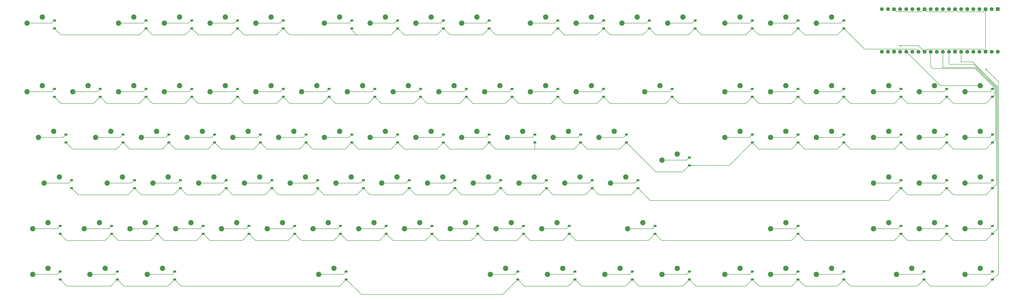
<source format=gbr>
%TF.GenerationSoftware,KiCad,Pcbnew,9.0.6*%
%TF.CreationDate,2026-01-11T11:58:47+00:00*%
%TF.ProjectId,keebv3,6b656562-7633-42e6-9b69-6361645f7063,rev?*%
%TF.SameCoordinates,Original*%
%TF.FileFunction,Copper,L2,Bot*%
%TF.FilePolarity,Positive*%
%FSLAX46Y46*%
G04 Gerber Fmt 4.6, Leading zero omitted, Abs format (unit mm)*
G04 Created by KiCad (PCBNEW 9.0.6) date 2026-01-11 11:58:47*
%MOMM*%
%LPD*%
G01*
G04 APERTURE LIST*
G04 Aperture macros list*
%AMRoundRect*
0 Rectangle with rounded corners*
0 $1 Rounding radius*
0 $2 $3 $4 $5 $6 $7 $8 $9 X,Y pos of 4 corners*
0 Add a 4 corners polygon primitive as box body*
4,1,4,$2,$3,$4,$5,$6,$7,$8,$9,$2,$3,0*
0 Add four circle primitives for the rounded corners*
1,1,$1+$1,$2,$3*
1,1,$1+$1,$4,$5*
1,1,$1+$1,$6,$7*
1,1,$1+$1,$8,$9*
0 Add four rect primitives between the rounded corners*
20,1,$1+$1,$2,$3,$4,$5,0*
20,1,$1+$1,$4,$5,$6,$7,0*
20,1,$1+$1,$6,$7,$8,$9,0*
20,1,$1+$1,$8,$9,$2,$3,0*%
%AMFreePoly0*
4,1,37,0.603843,0.796157,0.639018,0.796157,0.711114,0.766294,0.766294,0.711114,0.796157,0.639018,0.796157,0.603843,0.800000,0.600000,0.800000,-0.600000,0.796157,-0.603843,0.796157,-0.639018,0.766294,-0.711114,0.711114,-0.766294,0.639018,-0.796157,0.603843,-0.796157,0.600000,-0.800000,0.000000,-0.800000,0.000000,-0.796148,-0.078414,-0.796148,-0.232228,-0.765552,-0.377117,-0.705537,
-0.507515,-0.618408,-0.618408,-0.507515,-0.705537,-0.377117,-0.765552,-0.232228,-0.796148,-0.078414,-0.796148,0.078414,-0.765552,0.232228,-0.705537,0.377117,-0.618408,0.507515,-0.507515,0.618408,-0.377117,0.705537,-0.232228,0.765552,-0.078414,0.796148,0.000000,0.796148,0.000000,0.800000,0.600000,0.800000,0.603843,0.796157,0.603843,0.796157,$1*%
%AMFreePoly1*
4,1,37,0.000000,0.796148,0.078414,0.796148,0.232228,0.765552,0.377117,0.705537,0.507515,0.618408,0.618408,0.507515,0.705537,0.377117,0.765552,0.232228,0.796148,0.078414,0.796148,-0.078414,0.765552,-0.232228,0.705537,-0.377117,0.618408,-0.507515,0.507515,-0.618408,0.377117,-0.705537,0.232228,-0.765552,0.078414,-0.796148,0.000000,-0.796148,0.000000,-0.800000,-0.600000,-0.800000,
-0.603843,-0.796157,-0.639018,-0.796157,-0.711114,-0.766294,-0.766294,-0.711114,-0.796157,-0.639018,-0.796157,-0.603843,-0.800000,-0.600000,-0.800000,0.600000,-0.796157,0.603843,-0.796157,0.639018,-0.766294,0.711114,-0.711114,0.766294,-0.639018,0.796157,-0.603843,0.796157,-0.600000,0.800000,0.000000,0.800000,0.000000,0.796148,0.000000,0.796148,$1*%
G04 Aperture macros list end*
%TA.AperFunction,ComponentPad*%
%ADD10C,2.200000*%
%TD*%
%TA.AperFunction,ComponentPad*%
%ADD11RoundRect,0.200000X-0.600000X0.600000X-0.600000X-0.600000X0.600000X-0.600000X0.600000X0.600000X0*%
%TD*%
%TA.AperFunction,ComponentPad*%
%ADD12C,1.600000*%
%TD*%
%TA.AperFunction,ComponentPad*%
%ADD13FreePoly0,270.000000*%
%TD*%
%TA.AperFunction,ComponentPad*%
%ADD14FreePoly1,270.000000*%
%TD*%
%TA.AperFunction,SMDPad,CuDef*%
%ADD15RoundRect,0.225000X0.375000X-0.225000X0.375000X0.225000X-0.375000X0.225000X-0.375000X-0.225000X0*%
%TD*%
%TA.AperFunction,ViaPad*%
%ADD16C,0.600000*%
%TD*%
%TA.AperFunction,Conductor*%
%ADD17C,0.200000*%
%TD*%
G04 APERTURE END LIST*
D10*
%TO.P,MX29,1,1*%
%TO.N,/COL 12*%
X266700000Y-66675000D03*
%TO.P,MX29,2,2*%
%TO.N,Net-(D29-A)*%
X260350000Y-69215000D03*
%TD*%
%TO.P,MX10,1,1*%
%TO.N,/COL 9*%
X247650000Y-38100000D03*
%TO.P,MX10,2,2*%
%TO.N,Net-(D10-A)*%
X241300000Y-40640000D03*
%TD*%
%TO.P,MX39,1,1*%
%TO.N,/COL 2*%
X85725000Y-85725000D03*
%TO.P,MX39,2,2*%
%TO.N,Net-(D39-A)*%
X79375000Y-88265000D03*
%TD*%
%TO.P,MX31,1,1*%
%TO.N,/COL 14*%
X328612500Y-66675000D03*
%TO.P,MX31,2,2*%
%TO.N,Net-(D31-A)*%
X322262500Y-69215000D03*
%TD*%
%TO.P,MX72,1,1*%
%TO.N,/COL 19*%
X428625000Y-104775000D03*
%TO.P,MX72,2,2*%
%TO.N,Net-(D72-A)*%
X422275000Y-107315000D03*
%TD*%
%TO.P,MX15,1,1*%
%TO.N,/COL 15*%
X347662500Y-38100000D03*
%TO.P,MX15,2,2*%
%TO.N,Net-(D15-A)*%
X341312500Y-40640000D03*
%TD*%
%TO.P,MX48,1,1*%
%TO.N,/COL 11*%
X257175000Y-85725000D03*
%TO.P,MX48,2,2*%
%TO.N,Net-(D48-A)*%
X250825000Y-88265000D03*
%TD*%
%TO.P,MX40,1,1*%
%TO.N,/COL 3*%
X104775000Y-85725000D03*
%TO.P,MX40,2,2*%
%TO.N,Net-(D40-A)*%
X98425000Y-88265000D03*
%TD*%
%TO.P,MX42,1,1*%
%TO.N,/COL 5*%
X142875000Y-85725000D03*
%TO.P,MX42,2,2*%
%TO.N,Net-(D42-A)*%
X136525000Y-88265000D03*
%TD*%
%TO.P,MX24,1,1*%
%TO.N,/COL 7*%
X171450000Y-66675000D03*
%TO.P,MX24,2,2*%
%TO.N,Net-(D24-A)*%
X165100000Y-69215000D03*
%TD*%
%TO.P,MX4,1,1*%
%TO.N,/COL 3*%
X114300000Y-38100000D03*
%TO.P,MX4,2,2*%
%TO.N,Net-(D4-A)*%
X107950000Y-40640000D03*
%TD*%
%TO.P,MX95,1,1*%
%TO.N,/COL 11*%
X254793750Y-142875000D03*
%TO.P,MX95,2,2*%
%TO.N,Net-(D95-A)*%
X248443750Y-145415000D03*
%TD*%
%TO.P,MX35,1,1*%
%TO.N,/COL 18*%
X409575000Y-66675000D03*
%TO.P,MX35,2,2*%
%TO.N,Net-(D35-A)*%
X403225000Y-69215000D03*
%TD*%
D11*
%TO.P,A1,1,GPIO0*%
%TO.N,/COL 0*%
X435850000Y-34740000D03*
D12*
%TO.P,A1,2,GPIO1*%
%TO.N,/COL 1*%
X433310000Y-34740000D03*
D13*
%TO.P,A1,3,GND*%
%TO.N,Net-(A1-GND-Pad13)*%
X430770000Y-34740000D03*
D12*
%TO.P,A1,4,GPIO2*%
%TO.N,/COL 2*%
X428230000Y-34740000D03*
%TO.P,A1,5,GPIO3*%
%TO.N,/COL 3*%
X425690000Y-34740000D03*
%TO.P,A1,6,GPIO4*%
%TO.N,/COL 4*%
X423150000Y-34740000D03*
%TO.P,A1,7,GPIO5*%
%TO.N,/COL 5*%
X420610000Y-34740000D03*
D13*
%TO.P,A1,8,GND*%
%TO.N,Net-(A1-GND-Pad13)*%
X418070000Y-34740000D03*
D12*
%TO.P,A1,9,GPIO6*%
%TO.N,/COL 6*%
X415530000Y-34740000D03*
%TO.P,A1,10,GPIO7*%
%TO.N,/COL 7*%
X412990000Y-34740000D03*
%TO.P,A1,11,GPIO8*%
%TO.N,/COL 8*%
X410450000Y-34740000D03*
%TO.P,A1,12,GPIO9*%
%TO.N,/COL 9*%
X407910000Y-34740000D03*
D13*
%TO.P,A1,13,GND*%
%TO.N,Net-(A1-GND-Pad13)*%
X405370000Y-34740000D03*
D12*
%TO.P,A1,14,GPIO10*%
%TO.N,/COL 10*%
X402830000Y-34740000D03*
%TO.P,A1,15,GPIO11*%
%TO.N,/COL 11*%
X400290000Y-34740000D03*
%TO.P,A1,16,GPIO12*%
%TO.N,/COL 12*%
X397750000Y-34740000D03*
%TO.P,A1,17,GPIO13*%
%TO.N,/COL 13*%
X395210000Y-34740000D03*
D13*
%TO.P,A1,18,GND*%
%TO.N,Net-(A1-GND-Pad13)*%
X392670000Y-34740000D03*
D12*
%TO.P,A1,19,GPIO14*%
%TO.N,/COL 14*%
X390130000Y-34740000D03*
%TO.P,A1,20,GPIO15*%
%TO.N,/COL 15*%
X387590000Y-34740000D03*
%TO.P,A1,21,GPIO16*%
%TO.N,/COL 16*%
X387590000Y-52520000D03*
%TO.P,A1,22,GPIO17*%
%TO.N,/COL 17*%
X390130000Y-52520000D03*
D14*
%TO.P,A1,23,GND*%
%TO.N,Net-(A1-GND-Pad13)*%
X392670000Y-52520000D03*
D12*
%TO.P,A1,24,GPIO18*%
%TO.N,/COL 18*%
X395210000Y-52520000D03*
%TO.P,A1,25,GPIO19*%
%TO.N,/COL 19*%
X397750000Y-52520000D03*
%TO.P,A1,26,GPIO20*%
%TO.N,/ROW 5*%
X400290000Y-52520000D03*
%TO.P,A1,27,GPIO21*%
%TO.N,/ROW 0*%
X402830000Y-52520000D03*
D14*
%TO.P,A1,28,GND*%
%TO.N,Net-(A1-GND-Pad13)*%
X405370000Y-52520000D03*
D12*
%TO.P,A1,29,GPIO22*%
%TO.N,/ROW 1*%
X407910000Y-52520000D03*
%TO.P,A1,30,RUN*%
%TO.N,unconnected-(A1-RUN-Pad30)*%
X410450000Y-52520000D03*
%TO.P,A1,31,GPIO26_ADC0*%
%TO.N,/ROW 2*%
X412990000Y-52520000D03*
%TO.P,A1,32,GPIO27_ADC1*%
%TO.N,/ROW 3*%
X415530000Y-52520000D03*
D14*
%TO.P,A1,33,AGND*%
%TO.N,unconnected-(A1-AGND-Pad33)*%
X418070000Y-52520000D03*
D12*
%TO.P,A1,34,GPIO28_ADC2*%
%TO.N,/ROW 4*%
X420610000Y-52520000D03*
%TO.P,A1,35,ADC_VREF*%
%TO.N,unconnected-(A1-ADC_VREF-Pad35)*%
X423150000Y-52520000D03*
%TO.P,A1,36,3V3*%
%TO.N,unconnected-(A1-3V3-Pad36)*%
X425690000Y-52520000D03*
%TO.P,A1,37,3V3_EN*%
%TO.N,unconnected-(A1-3V3_EN-Pad37)*%
X428230000Y-52520000D03*
D14*
%TO.P,A1,38,GND*%
%TO.N,Net-(A1-GND-Pad13)*%
X430770000Y-52520000D03*
D12*
%TO.P,A1,39,VSYS*%
%TO.N,unconnected-(A1-VSYS-Pad39)*%
X433310000Y-52520000D03*
%TO.P,A1,40,VBUS*%
%TO.N,unconnected-(A1-VBUS-Pad40)*%
X435850000Y-52520000D03*
%TD*%
D10*
%TO.P,MX89,1,1*%
%TO.N,/COL 19*%
X428625000Y-123825000D03*
%TO.P,MX89,2,2*%
%TO.N,Net-(D89-A)*%
X422275000Y-126365000D03*
%TD*%
%TO.P,MX75,1,1*%
%TO.N,/COL 2*%
X80962500Y-123825000D03*
%TO.P,MX75,2,2*%
%TO.N,Net-(D75-A)*%
X74612500Y-126365000D03*
%TD*%
%TO.P,MX63,1,1*%
%TO.N,/COL 6*%
X166687500Y-104775000D03*
%TO.P,MX63,2,2*%
%TO.N,Net-(D63-A)*%
X160337500Y-107315000D03*
%TD*%
%TO.P,MX46,1,1*%
%TO.N,/COL 9*%
X219075000Y-85725000D03*
%TO.P,MX46,2,2*%
%TO.N,Net-(D46-A)*%
X212725000Y-88265000D03*
%TD*%
%TO.P,MX91,1,1*%
%TO.N,/COL 1*%
X64293750Y-142875000D03*
%TO.P,MX91,2,2*%
%TO.N,Net-(D91-A)*%
X57943750Y-145415000D03*
%TD*%
%TO.P,MX23,1,1*%
%TO.N,/COL 6*%
X152400000Y-66675000D03*
%TO.P,MX23,2,2*%
%TO.N,Net-(D23-A)*%
X146050000Y-69215000D03*
%TD*%
%TO.P,MX1,1,1*%
%TO.N,/COL 0*%
X38100000Y-38100000D03*
%TO.P,MX1,2,2*%
%TO.N,Net-(D1-A)*%
X31750000Y-40640000D03*
%TD*%
%TO.P,MX5,1,1*%
%TO.N,/COL 4*%
X133350000Y-38100000D03*
%TO.P,MX5,2,2*%
%TO.N,Net-(D5-A)*%
X127000000Y-40640000D03*
%TD*%
%TO.P,MX98,1,1*%
%TO.N,/COL 14*%
X328612500Y-142875000D03*
%TO.P,MX98,2,2*%
%TO.N,Net-(D98-A)*%
X322262500Y-145415000D03*
%TD*%
%TO.P,MX22,1,1*%
%TO.N,/COL 5*%
X133350000Y-66675000D03*
%TO.P,MX22,2,2*%
%TO.N,Net-(D22-A)*%
X127000000Y-69215000D03*
%TD*%
%TO.P,MX17,1,1*%
%TO.N,/COL 0*%
X38100000Y-66675000D03*
%TO.P,MX17,2,2*%
%TO.N,Net-(D17-A)*%
X31750000Y-69215000D03*
%TD*%
%TO.P,MX62,1,1*%
%TO.N,/COL 5*%
X147637500Y-104775000D03*
%TO.P,MX62,2,2*%
%TO.N,Net-(D62-A)*%
X141287500Y-107315000D03*
%TD*%
%TO.P,MX78,1,1*%
%TO.N,/COL 5*%
X138112500Y-123825000D03*
%TO.P,MX78,2,2*%
%TO.N,Net-(D78-A)*%
X131762500Y-126365000D03*
%TD*%
%TO.P,MX74,1,1*%
%TO.N,/COL 1*%
X61912500Y-123825000D03*
%TO.P,MX74,2,2*%
%TO.N,Net-(D74-A)*%
X55562500Y-126365000D03*
%TD*%
%TO.P,MX93,1,1*%
%TO.N,/COL 5*%
X159543750Y-142875000D03*
%TO.P,MX93,2,2*%
%TO.N,Net-(D93-A)*%
X153193750Y-145415000D03*
%TD*%
%TO.P,MX25,1,1*%
%TO.N,/COL 8*%
X190500000Y-66675000D03*
%TO.P,MX25,2,2*%
%TO.N,Net-(D25-A)*%
X184150000Y-69215000D03*
%TD*%
%TO.P,MX55,1,1*%
%TO.N,/COL 18*%
X409575000Y-85725000D03*
%TO.P,MX55,2,2*%
%TO.N,Net-(D55-A)*%
X403225000Y-88265000D03*
%TD*%
%TO.P,MX59,1,1*%
%TO.N,/COL 2*%
X90487500Y-104775000D03*
%TO.P,MX59,2,2*%
%TO.N,Net-(D59-A)*%
X84137500Y-107315000D03*
%TD*%
%TO.P,MX81,1,1*%
%TO.N,/COL 8*%
X195262500Y-123825000D03*
%TO.P,MX81,2,2*%
%TO.N,Net-(D81-A)*%
X188912500Y-126365000D03*
%TD*%
%TO.P,MX26,1,1*%
%TO.N,/COL 9*%
X209550000Y-66675000D03*
%TO.P,MX26,2,2*%
%TO.N,Net-(D26-A)*%
X203200000Y-69215000D03*
%TD*%
%TO.P,MX79,1,1*%
%TO.N,/COL 6*%
X157162500Y-123825000D03*
%TO.P,MX79,2,2*%
%TO.N,Net-(D79-A)*%
X150812500Y-126365000D03*
%TD*%
%TO.P,MX11,1,1*%
%TO.N,/COL 10*%
X266700000Y-38100000D03*
%TO.P,MX11,2,2*%
%TO.N,Net-(D11-A)*%
X260350000Y-40640000D03*
%TD*%
%TO.P,MX32,1,1*%
%TO.N,/COL 15*%
X347662500Y-66675000D03*
%TO.P,MX32,2,2*%
%TO.N,Net-(D32-A)*%
X341312500Y-69215000D03*
%TD*%
%TO.P,MX49,1,1*%
%TO.N,/COL 12*%
X276225000Y-85725000D03*
%TO.P,MX49,2,2*%
%TO.N,Net-(D49-A)*%
X269875000Y-88265000D03*
%TD*%
%TO.P,MX27,1,1*%
%TO.N,/COL 10*%
X228600000Y-66675000D03*
%TO.P,MX27,2,2*%
%TO.N,Net-(D27-A)*%
X222250000Y-69215000D03*
%TD*%
%TO.P,MX44,1,1*%
%TO.N,/COL 7*%
X180975000Y-85725000D03*
%TO.P,MX44,2,2*%
%TO.N,Net-(D44-A)*%
X174625000Y-88265000D03*
%TD*%
%TO.P,MX41,1,1*%
%TO.N,/COL 4*%
X123825000Y-85725000D03*
%TO.P,MX41,2,2*%
%TO.N,Net-(D41-A)*%
X117475000Y-88265000D03*
%TD*%
%TO.P,MX96,1,1*%
%TO.N,/COL 12*%
X278606250Y-142875000D03*
%TO.P,MX96,2,2*%
%TO.N,Net-(D96-A)*%
X272256250Y-145415000D03*
%TD*%
%TO.P,MX86,1,1*%
%TO.N,/COL 15*%
X347662500Y-123825000D03*
%TO.P,MX86,2,2*%
%TO.N,Net-(D86-A)*%
X341312500Y-126365000D03*
%TD*%
%TO.P,MX85,1,1*%
%TO.N,/COL 12*%
X288131250Y-123825000D03*
%TO.P,MX85,2,2*%
%TO.N,Net-(D85-A)*%
X281781250Y-126365000D03*
%TD*%
%TO.P,MX71,1,1*%
%TO.N,/COL 18*%
X409575000Y-104775000D03*
%TO.P,MX71,2,2*%
%TO.N,Net-(D71-A)*%
X403225000Y-107315000D03*
%TD*%
%TO.P,MX101,1,1*%
%TO.N,/COL 17*%
X400050000Y-142875000D03*
%TO.P,MX101,2,2*%
%TO.N,Net-(D101-A)*%
X393700000Y-145415000D03*
%TD*%
%TO.P,MX64,1,1*%
%TO.N,/COL 7*%
X185737500Y-104775000D03*
%TO.P,MX64,2,2*%
%TO.N,Net-(D64-A)*%
X179387500Y-107315000D03*
%TD*%
%TO.P,MX56,1,1*%
%TO.N,/COL 19*%
X428625000Y-85725000D03*
%TO.P,MX56,2,2*%
%TO.N,Net-(D56-A)*%
X422275000Y-88265000D03*
%TD*%
%TO.P,MX18,1,1*%
%TO.N,/COL 1*%
X57150000Y-66675000D03*
%TO.P,MX18,2,2*%
%TO.N,Net-(D18-A)*%
X50800000Y-69215000D03*
%TD*%
%TO.P,MX80,1,1*%
%TO.N,/COL 7*%
X176212500Y-123825000D03*
%TO.P,MX80,2,2*%
%TO.N,Net-(D80-A)*%
X169862500Y-126365000D03*
%TD*%
%TO.P,MX6,1,1*%
%TO.N,/COL 5*%
X161925000Y-38100000D03*
%TO.P,MX6,2,2*%
%TO.N,Net-(D6-A)*%
X155575000Y-40640000D03*
%TD*%
%TO.P,MX53,1,1*%
%TO.N,/COL 16*%
X366712500Y-85725000D03*
%TO.P,MX53,2,2*%
%TO.N,Net-(D53-A)*%
X360362500Y-88265000D03*
%TD*%
%TO.P,MX12,1,1*%
%TO.N,/COL 11*%
X285750000Y-38100000D03*
%TO.P,MX12,2,2*%
%TO.N,Net-(D12-A)*%
X279400000Y-40640000D03*
%TD*%
%TO.P,MX94,1,1*%
%TO.N,/COL 10*%
X230981250Y-142875000D03*
%TO.P,MX94,2,2*%
%TO.N,Net-(D94-A)*%
X224631250Y-145415000D03*
%TD*%
%TO.P,MX30,1,1*%
%TO.N,/COL 13*%
X295275000Y-66675000D03*
%TO.P,MX30,2,2*%
%TO.N,Net-(D30-A)*%
X288925000Y-69215000D03*
%TD*%
%TO.P,MX47,1,1*%
%TO.N,/COL 10*%
X238125000Y-85725000D03*
%TO.P,MX47,2,2*%
%TO.N,Net-(D47-A)*%
X231775000Y-88265000D03*
%TD*%
%TO.P,MX82,1,1*%
%TO.N,/COL 9*%
X214312500Y-123825000D03*
%TO.P,MX82,2,2*%
%TO.N,Net-(D82-A)*%
X207962500Y-126365000D03*
%TD*%
%TO.P,MX50,1,1*%
%TO.N,/COL 13*%
X302418750Y-95250000D03*
%TO.P,MX50,2,2*%
%TO.N,Net-(D50-A)*%
X296068750Y-97790000D03*
%TD*%
%TO.P,MX73,1,1*%
%TO.N,/COL 0*%
X40481250Y-123825000D03*
%TO.P,MX73,2,2*%
%TO.N,Net-(D73-A)*%
X34131250Y-126365000D03*
%TD*%
%TO.P,MX92,1,1*%
%TO.N,/COL 2*%
X88106250Y-142875000D03*
%TO.P,MX92,2,2*%
%TO.N,Net-(D92-A)*%
X81756250Y-145415000D03*
%TD*%
%TO.P,MX69,1,1*%
%TO.N,/COL 12*%
X280987500Y-104775000D03*
%TO.P,MX69,2,2*%
%TO.N,Net-(D69-A)*%
X274637500Y-107315000D03*
%TD*%
%TO.P,MX37,1,1*%
%TO.N,/COL 0*%
X42862500Y-85725000D03*
%TO.P,MX37,2,2*%
%TO.N,Net-(D37-A)*%
X36512500Y-88265000D03*
%TD*%
%TO.P,MX60,1,1*%
%TO.N,/COL 3*%
X109537500Y-104775000D03*
%TO.P,MX60,2,2*%
%TO.N,Net-(D60-A)*%
X103187500Y-107315000D03*
%TD*%
%TO.P,MX77,1,1*%
%TO.N,/COL 4*%
X119062500Y-123825000D03*
%TO.P,MX77,2,2*%
%TO.N,Net-(D77-A)*%
X112712500Y-126365000D03*
%TD*%
%TO.P,MX52,1,1*%
%TO.N,/COL 15*%
X347662500Y-85725000D03*
%TO.P,MX52,2,2*%
%TO.N,Net-(D52-A)*%
X341312500Y-88265000D03*
%TD*%
%TO.P,MX28,1,1*%
%TO.N,/COL 11*%
X247650000Y-66675000D03*
%TO.P,MX28,2,2*%
%TO.N,Net-(D28-A)*%
X241300000Y-69215000D03*
%TD*%
%TO.P,MX97,1,1*%
%TO.N,/COL 13*%
X302418750Y-142875000D03*
%TO.P,MX97,2,2*%
%TO.N,Net-(D97-A)*%
X296068750Y-145415000D03*
%TD*%
%TO.P,MX76,1,1*%
%TO.N,/COL 3*%
X100012500Y-123825000D03*
%TO.P,MX76,2,2*%
%TO.N,Net-(D76-A)*%
X93662500Y-126365000D03*
%TD*%
%TO.P,MX8,1,1*%
%TO.N,/COL 7*%
X200025000Y-38100000D03*
%TO.P,MX8,2,2*%
%TO.N,Net-(D8-A)*%
X193675000Y-40640000D03*
%TD*%
%TO.P,MX2,1,1*%
%TO.N,/COL 1*%
X76200000Y-38100000D03*
%TO.P,MX2,2,2*%
%TO.N,Net-(D2-A)*%
X69850000Y-40640000D03*
%TD*%
%TO.P,MX43,1,1*%
%TO.N,/COL 6*%
X161925000Y-85725000D03*
%TO.P,MX43,2,2*%
%TO.N,Net-(D43-A)*%
X155575000Y-88265000D03*
%TD*%
%TO.P,MX33,1,1*%
%TO.N,/COL 16*%
X366712500Y-66675000D03*
%TO.P,MX33,2,2*%
%TO.N,Net-(D33-A)*%
X360362500Y-69215000D03*
%TD*%
%TO.P,MX58,1,1*%
%TO.N,/COL 1*%
X71437500Y-104775000D03*
%TO.P,MX58,2,2*%
%TO.N,Net-(D58-A)*%
X65087500Y-107315000D03*
%TD*%
%TO.P,MX61,1,1*%
%TO.N,/COL 4*%
X128587500Y-104775000D03*
%TO.P,MX61,2,2*%
%TO.N,Net-(D61-A)*%
X122237500Y-107315000D03*
%TD*%
%TO.P,MX88,1,1*%
%TO.N,/COL 18*%
X409575000Y-123825000D03*
%TO.P,MX88,2,2*%
%TO.N,Net-(D88-A)*%
X403225000Y-126365000D03*
%TD*%
%TO.P,MX99,1,1*%
%TO.N,/COL 15*%
X347662500Y-142875000D03*
%TO.P,MX99,2,2*%
%TO.N,Net-(D99-A)*%
X341312500Y-145415000D03*
%TD*%
%TO.P,MX66,1,1*%
%TO.N,/COL 9*%
X223837500Y-104775000D03*
%TO.P,MX66,2,2*%
%TO.N,Net-(D66-A)*%
X217487500Y-107315000D03*
%TD*%
%TO.P,MX38,1,1*%
%TO.N,/COL 1*%
X66675000Y-85725000D03*
%TO.P,MX38,2,2*%
%TO.N,Net-(D38-A)*%
X60325000Y-88265000D03*
%TD*%
%TO.P,MX70,1,1*%
%TO.N,/COL 17*%
X390525000Y-104775000D03*
%TO.P,MX70,2,2*%
%TO.N,Net-(D70-A)*%
X384175000Y-107315000D03*
%TD*%
%TO.P,MX16,1,1*%
%TO.N,/COL 16*%
X366712500Y-38100000D03*
%TO.P,MX16,2,2*%
%TO.N,Net-(D16-A)*%
X360362500Y-40640000D03*
%TD*%
%TO.P,MX20,1,1*%
%TO.N,/COL 3*%
X95250000Y-66675000D03*
%TO.P,MX20,2,2*%
%TO.N,Net-(D20-A)*%
X88900000Y-69215000D03*
%TD*%
%TO.P,MX83,1,1*%
%TO.N,/COL 10*%
X233362500Y-123825000D03*
%TO.P,MX83,2,2*%
%TO.N,Net-(D83-A)*%
X227012500Y-126365000D03*
%TD*%
%TO.P,MX102,1,1*%
%TO.N,/COL 19*%
X428625000Y-142875000D03*
%TO.P,MX102,2,2*%
%TO.N,Net-(D102-A)*%
X422275000Y-145415000D03*
%TD*%
%TO.P,MX90,1,1*%
%TO.N,/COL 0*%
X40481250Y-142875000D03*
%TO.P,MX90,2,2*%
%TO.N,Net-(D90-A)*%
X34131250Y-145415000D03*
%TD*%
%TO.P,MX100,1,1*%
%TO.N,/COL 16*%
X366712500Y-142875000D03*
%TO.P,MX100,2,2*%
%TO.N,Net-(D100-A)*%
X360362500Y-145415000D03*
%TD*%
%TO.P,MX54,1,1*%
%TO.N,/COL 17*%
X390525000Y-85725000D03*
%TO.P,MX54,2,2*%
%TO.N,Net-(D54-A)*%
X384175000Y-88265000D03*
%TD*%
%TO.P,MX13,1,1*%
%TO.N,/COL 13*%
X304800000Y-38100000D03*
%TO.P,MX13,2,2*%
%TO.N,Net-(D13-A)*%
X298450000Y-40640000D03*
%TD*%
%TO.P,MX34,1,1*%
%TO.N,/COL 17*%
X390525000Y-66675000D03*
%TO.P,MX34,2,2*%
%TO.N,Net-(D34-A)*%
X384175000Y-69215000D03*
%TD*%
%TO.P,MX87,1,1*%
%TO.N,/COL 17*%
X390525000Y-123825000D03*
%TO.P,MX87,2,2*%
%TO.N,Net-(D87-A)*%
X384175000Y-126365000D03*
%TD*%
%TO.P,MX3,1,1*%
%TO.N,/COL 2*%
X95250000Y-38100000D03*
%TO.P,MX3,2,2*%
%TO.N,Net-(D3-A)*%
X88900000Y-40640000D03*
%TD*%
%TO.P,MX67,1,1*%
%TO.N,/COL 10*%
X242887500Y-104775000D03*
%TO.P,MX67,2,2*%
%TO.N,Net-(D67-A)*%
X236537500Y-107315000D03*
%TD*%
%TO.P,MX57,1,1*%
%TO.N,/COL 0*%
X45243750Y-104775000D03*
%TO.P,MX57,2,2*%
%TO.N,Net-(D57-A)*%
X38893750Y-107315000D03*
%TD*%
%TO.P,MX14,1,1*%
%TO.N,/COL 14*%
X328612500Y-38100000D03*
%TO.P,MX14,2,2*%
%TO.N,Net-(D14-A)*%
X322262500Y-40640000D03*
%TD*%
%TO.P,MX68,1,1*%
%TO.N,/COL 11*%
X261937500Y-104775000D03*
%TO.P,MX68,2,2*%
%TO.N,Net-(D68-A)*%
X255587500Y-107315000D03*
%TD*%
%TO.P,MX36,1,1*%
%TO.N,/COL 19*%
X428625000Y-66675000D03*
%TO.P,MX36,2,2*%
%TO.N,Net-(D36-A)*%
X422275000Y-69215000D03*
%TD*%
%TO.P,MX9,1,1*%
%TO.N,/COL 8*%
X219075000Y-38100000D03*
%TO.P,MX9,2,2*%
%TO.N,Net-(D9-A)*%
X212725000Y-40640000D03*
%TD*%
%TO.P,MX21,1,1*%
%TO.N,/COL 4*%
X114300000Y-66675000D03*
%TO.P,MX21,2,2*%
%TO.N,Net-(D21-A)*%
X107950000Y-69215000D03*
%TD*%
%TO.P,MX7,1,1*%
%TO.N,/COL 6*%
X180975000Y-38100000D03*
%TO.P,MX7,2,2*%
%TO.N,Net-(D7-A)*%
X174625000Y-40640000D03*
%TD*%
%TO.P,MX84,1,1*%
%TO.N,/COL 11*%
X252412500Y-123825000D03*
%TO.P,MX84,2,2*%
%TO.N,Net-(D84-A)*%
X246062500Y-126365000D03*
%TD*%
%TO.P,MX45,1,1*%
%TO.N,/COL 8*%
X200025000Y-85725000D03*
%TO.P,MX45,2,2*%
%TO.N,Net-(D45-A)*%
X193675000Y-88265000D03*
%TD*%
%TO.P,MX51,1,1*%
%TO.N,/COL 14*%
X328612500Y-85725000D03*
%TO.P,MX51,2,2*%
%TO.N,Net-(D51-A)*%
X322262500Y-88265000D03*
%TD*%
%TO.P,MX65,1,1*%
%TO.N,/COL 8*%
X204787500Y-104775000D03*
%TO.P,MX65,2,2*%
%TO.N,Net-(D65-A)*%
X198437500Y-107315000D03*
%TD*%
%TO.P,MX19,1,1*%
%TO.N,/COL 2*%
X76200000Y-66675000D03*
%TO.P,MX19,2,2*%
%TO.N,Net-(D19-A)*%
X69850000Y-69215000D03*
%TD*%
D15*
%TO.P,D7,1,K*%
%TO.N,/ROW 0*%
X186055000Y-42780000D03*
%TO.P,D7,2,A*%
%TO.N,Net-(D7-A)*%
X186055000Y-39480000D03*
%TD*%
%TO.P,D29,1,K*%
%TO.N,/ROW 1*%
X271780000Y-71355000D03*
%TO.P,D29,2,A*%
%TO.N,Net-(D29-A)*%
X271780000Y-68055000D03*
%TD*%
%TO.P,D11,1,K*%
%TO.N,/ROW 0*%
X271780000Y-42780000D03*
%TO.P,D11,2,A*%
%TO.N,Net-(D11-A)*%
X271780000Y-39480000D03*
%TD*%
%TO.P,D81,1,K*%
%TO.N,/ROW 4*%
X200342500Y-128505000D03*
%TO.P,D81,2,A*%
%TO.N,Net-(D81-A)*%
X200342500Y-125205000D03*
%TD*%
%TO.P,D10,1,K*%
%TO.N,/ROW 0*%
X252730000Y-42780000D03*
%TO.P,D10,2,A*%
%TO.N,Net-(D10-A)*%
X252730000Y-39480000D03*
%TD*%
%TO.P,D5,1,K*%
%TO.N,/ROW 0*%
X138430000Y-42780000D03*
%TO.P,D5,2,A*%
%TO.N,Net-(D5-A)*%
X138430000Y-39480000D03*
%TD*%
%TO.P,D61,1,K*%
%TO.N,/ROW 3*%
X133667500Y-109455000D03*
%TO.P,D61,2,A*%
%TO.N,Net-(D61-A)*%
X133667500Y-106155000D03*
%TD*%
%TO.P,D44,1,K*%
%TO.N,/ROW 2*%
X186055000Y-90405000D03*
%TO.P,D44,2,A*%
%TO.N,Net-(D44-A)*%
X186055000Y-87105000D03*
%TD*%
%TO.P,D35,1,K*%
%TO.N,/ROW 1*%
X414655000Y-71355000D03*
%TO.P,D35,2,A*%
%TO.N,Net-(D35-A)*%
X414655000Y-68055000D03*
%TD*%
%TO.P,D31,1,K*%
%TO.N,/ROW 1*%
X333692500Y-71355000D03*
%TO.P,D31,2,A*%
%TO.N,Net-(D31-A)*%
X333692500Y-68055000D03*
%TD*%
%TO.P,D16,1,K*%
%TO.N,/ROW 0*%
X371792500Y-42780000D03*
%TO.P,D16,2,A*%
%TO.N,Net-(D16-A)*%
X371792500Y-39480000D03*
%TD*%
%TO.P,D23,1,K*%
%TO.N,/ROW 1*%
X157480000Y-71355000D03*
%TO.P,D23,2,A*%
%TO.N,Net-(D23-A)*%
X157480000Y-68055000D03*
%TD*%
%TO.P,D97,1,K*%
%TO.N,/ROW 5*%
X307498750Y-147555000D03*
%TO.P,D97,2,A*%
%TO.N,Net-(D97-A)*%
X307498750Y-144255000D03*
%TD*%
%TO.P,D6,1,K*%
%TO.N,/ROW 0*%
X167005000Y-42780000D03*
%TO.P,D6,2,A*%
%TO.N,Net-(D6-A)*%
X167005000Y-39480000D03*
%TD*%
%TO.P,D18,1,K*%
%TO.N,/ROW 1*%
X62230000Y-71355000D03*
%TO.P,D18,2,A*%
%TO.N,Net-(D18-A)*%
X62230000Y-68055000D03*
%TD*%
%TO.P,D21,1,K*%
%TO.N,/ROW 1*%
X119380000Y-71355000D03*
%TO.P,D21,2,A*%
%TO.N,Net-(D21-A)*%
X119380000Y-68055000D03*
%TD*%
%TO.P,D2,1,K*%
%TO.N,/ROW 0*%
X81280000Y-42780000D03*
%TO.P,D2,2,A*%
%TO.N,Net-(D2-A)*%
X81280000Y-39480000D03*
%TD*%
%TO.P,D82,1,K*%
%TO.N,/ROW 4*%
X219392500Y-128505000D03*
%TO.P,D82,2,A*%
%TO.N,Net-(D82-A)*%
X219392500Y-125205000D03*
%TD*%
%TO.P,D36,1,K*%
%TO.N,/ROW 1*%
X433705000Y-71355000D03*
%TO.P,D36,2,A*%
%TO.N,Net-(D36-A)*%
X433705000Y-68055000D03*
%TD*%
%TO.P,D64,1,K*%
%TO.N,/ROW 3*%
X190817500Y-109455000D03*
%TO.P,D64,2,A*%
%TO.N,Net-(D64-A)*%
X190817500Y-106155000D03*
%TD*%
%TO.P,D73,1,K*%
%TO.N,/ROW 4*%
X45561250Y-128505000D03*
%TO.P,D73,2,A*%
%TO.N,Net-(D73-A)*%
X45561250Y-125205000D03*
%TD*%
%TO.P,D43,1,K*%
%TO.N,/ROW 2*%
X167005000Y-90405000D03*
%TO.P,D43,2,A*%
%TO.N,Net-(D43-A)*%
X167005000Y-87105000D03*
%TD*%
%TO.P,D45,1,K*%
%TO.N,/ROW 2*%
X205105000Y-90405000D03*
%TO.P,D45,2,A*%
%TO.N,Net-(D45-A)*%
X205105000Y-87105000D03*
%TD*%
%TO.P,D76,1,K*%
%TO.N,/ROW 4*%
X105092500Y-128505000D03*
%TO.P,D76,2,A*%
%TO.N,Net-(D76-A)*%
X105092500Y-125205000D03*
%TD*%
%TO.P,D74,1,K*%
%TO.N,/ROW 4*%
X66992500Y-128505000D03*
%TO.P,D74,2,A*%
%TO.N,Net-(D74-A)*%
X66992500Y-125205000D03*
%TD*%
%TO.P,D26,1,K*%
%TO.N,/ROW 1*%
X214630000Y-71355000D03*
%TO.P,D26,2,A*%
%TO.N,Net-(D26-A)*%
X214630000Y-68055000D03*
%TD*%
%TO.P,D39,1,K*%
%TO.N,/ROW 2*%
X90805000Y-90405000D03*
%TO.P,D39,2,A*%
%TO.N,Net-(D39-A)*%
X90805000Y-87105000D03*
%TD*%
%TO.P,D4,1,K*%
%TO.N,/ROW 0*%
X119380000Y-42780000D03*
%TO.P,D4,2,A*%
%TO.N,Net-(D4-A)*%
X119380000Y-39480000D03*
%TD*%
%TO.P,D96,1,K*%
%TO.N,/ROW 5*%
X283686250Y-147555000D03*
%TO.P,D96,2,A*%
%TO.N,Net-(D96-A)*%
X283686250Y-144255000D03*
%TD*%
%TO.P,D70,1,K*%
%TO.N,/ROW 3*%
X395605000Y-109455000D03*
%TO.P,D70,2,A*%
%TO.N,Net-(D70-A)*%
X395605000Y-106155000D03*
%TD*%
%TO.P,D17,1,K*%
%TO.N,/ROW 1*%
X43180000Y-71355000D03*
%TO.P,D17,2,A*%
%TO.N,Net-(D17-A)*%
X43180000Y-68055000D03*
%TD*%
%TO.P,D88,1,K*%
%TO.N,/ROW 4*%
X414655000Y-128505000D03*
%TO.P,D88,2,A*%
%TO.N,Net-(D88-A)*%
X414655000Y-125205000D03*
%TD*%
%TO.P,D25,1,K*%
%TO.N,/ROW 1*%
X195580000Y-71355000D03*
%TO.P,D25,2,A*%
%TO.N,Net-(D25-A)*%
X195580000Y-68055000D03*
%TD*%
%TO.P,D62,1,K*%
%TO.N,/ROW 3*%
X152717500Y-109455000D03*
%TO.P,D62,2,A*%
%TO.N,Net-(D62-A)*%
X152717500Y-106155000D03*
%TD*%
%TO.P,D58,1,K*%
%TO.N,/ROW 3*%
X76517500Y-109455000D03*
%TO.P,D58,2,A*%
%TO.N,Net-(D58-A)*%
X76517500Y-106155000D03*
%TD*%
%TO.P,D46,1,K*%
%TO.N,/ROW 2*%
X224155000Y-90405000D03*
%TO.P,D46,2,A*%
%TO.N,Net-(D46-A)*%
X224155000Y-87105000D03*
%TD*%
%TO.P,D14,1,K*%
%TO.N,/ROW 0*%
X333692500Y-42780000D03*
%TO.P,D14,2,A*%
%TO.N,Net-(D14-A)*%
X333692500Y-39480000D03*
%TD*%
%TO.P,D63,1,K*%
%TO.N,/ROW 3*%
X171767500Y-109455000D03*
%TO.P,D63,2,A*%
%TO.N,Net-(D63-A)*%
X171767500Y-106155000D03*
%TD*%
%TO.P,D50,1,K*%
%TO.N,/ROW 2*%
X307498750Y-99930000D03*
%TO.P,D50,2,A*%
%TO.N,Net-(D50-A)*%
X307498750Y-96630000D03*
%TD*%
%TO.P,D93,1,K*%
%TO.N,/ROW 5*%
X164623750Y-147555000D03*
%TO.P,D93,2,A*%
%TO.N,Net-(D93-A)*%
X164623750Y-144255000D03*
%TD*%
%TO.P,D47,1,K*%
%TO.N,/ROW 2*%
X243205000Y-90405000D03*
%TO.P,D47,2,A*%
%TO.N,Net-(D47-A)*%
X243205000Y-87105000D03*
%TD*%
%TO.P,D55,1,K*%
%TO.N,/ROW 2*%
X414655000Y-90405000D03*
%TO.P,D55,2,A*%
%TO.N,Net-(D55-A)*%
X414655000Y-87105000D03*
%TD*%
%TO.P,D60,1,K*%
%TO.N,/ROW 3*%
X114617500Y-109455000D03*
%TO.P,D60,2,A*%
%TO.N,Net-(D60-A)*%
X114617500Y-106155000D03*
%TD*%
%TO.P,D65,1,K*%
%TO.N,/ROW 3*%
X209867500Y-109455000D03*
%TO.P,D65,2,A*%
%TO.N,Net-(D65-A)*%
X209867500Y-106155000D03*
%TD*%
%TO.P,D86,1,K*%
%TO.N,/ROW 4*%
X352742500Y-128505000D03*
%TO.P,D86,2,A*%
%TO.N,Net-(D86-A)*%
X352742500Y-125205000D03*
%TD*%
%TO.P,D56,1,K*%
%TO.N,/ROW 2*%
X433705000Y-90405000D03*
%TO.P,D56,2,A*%
%TO.N,Net-(D56-A)*%
X433705000Y-87105000D03*
%TD*%
%TO.P,D72,1,K*%
%TO.N,/ROW 3*%
X433705000Y-109455000D03*
%TO.P,D72,2,A*%
%TO.N,Net-(D72-A)*%
X433705000Y-106155000D03*
%TD*%
%TO.P,D78,1,K*%
%TO.N,/ROW 4*%
X143192500Y-128505000D03*
%TO.P,D78,2,A*%
%TO.N,Net-(D78-A)*%
X143192500Y-125205000D03*
%TD*%
%TO.P,D102,1,K*%
%TO.N,/ROW 5*%
X433705000Y-147555000D03*
%TO.P,D102,2,A*%
%TO.N,Net-(D102-A)*%
X433705000Y-144255000D03*
%TD*%
%TO.P,D1,1,K*%
%TO.N,/ROW 0*%
X43180000Y-42780000D03*
%TO.P,D1,2,A*%
%TO.N,Net-(D1-A)*%
X43180000Y-39480000D03*
%TD*%
%TO.P,D75,1,K*%
%TO.N,/ROW 4*%
X86042500Y-128505000D03*
%TO.P,D75,2,A*%
%TO.N,Net-(D75-A)*%
X86042500Y-125205000D03*
%TD*%
%TO.P,D83,1,K*%
%TO.N,/ROW 4*%
X238442500Y-128505000D03*
%TO.P,D83,2,A*%
%TO.N,Net-(D83-A)*%
X238442500Y-125205000D03*
%TD*%
%TO.P,D84,1,K*%
%TO.N,/ROW 4*%
X257492500Y-128505000D03*
%TO.P,D84,2,A*%
%TO.N,Net-(D84-A)*%
X257492500Y-125205000D03*
%TD*%
%TO.P,D101,1,K*%
%TO.N,/ROW 5*%
X405130000Y-147555000D03*
%TO.P,D101,2,A*%
%TO.N,Net-(D101-A)*%
X405130000Y-144255000D03*
%TD*%
%TO.P,D69,1,K*%
%TO.N,/ROW 3*%
X286067500Y-109455000D03*
%TO.P,D69,2,A*%
%TO.N,Net-(D69-A)*%
X286067500Y-106155000D03*
%TD*%
%TO.P,D89,1,K*%
%TO.N,/ROW 4*%
X433705000Y-128505000D03*
%TO.P,D89,2,A*%
%TO.N,Net-(D89-A)*%
X433705000Y-125205000D03*
%TD*%
%TO.P,D94,1,K*%
%TO.N,/ROW 5*%
X236061250Y-147555000D03*
%TO.P,D94,2,A*%
%TO.N,Net-(D94-A)*%
X236061250Y-144255000D03*
%TD*%
%TO.P,D79,1,K*%
%TO.N,/ROW 4*%
X162242500Y-128505000D03*
%TO.P,D79,2,A*%
%TO.N,Net-(D79-A)*%
X162242500Y-125205000D03*
%TD*%
%TO.P,D12,1,K*%
%TO.N,/ROW 0*%
X290830000Y-42780000D03*
%TO.P,D12,2,A*%
%TO.N,Net-(D12-A)*%
X290830000Y-39480000D03*
%TD*%
%TO.P,D53,1,K*%
%TO.N,/ROW 2*%
X371792500Y-90405000D03*
%TO.P,D53,2,A*%
%TO.N,Net-(D53-A)*%
X371792500Y-87105000D03*
%TD*%
%TO.P,D52,1,K*%
%TO.N,/ROW 2*%
X352742500Y-90405000D03*
%TO.P,D52,2,A*%
%TO.N,Net-(D52-A)*%
X352742500Y-87105000D03*
%TD*%
%TO.P,D32,1,K*%
%TO.N,/ROW 1*%
X352742500Y-71355000D03*
%TO.P,D32,2,A*%
%TO.N,Net-(D32-A)*%
X352742500Y-68055000D03*
%TD*%
%TO.P,D68,1,K*%
%TO.N,/ROW 3*%
X267017500Y-109455000D03*
%TO.P,D68,2,A*%
%TO.N,Net-(D68-A)*%
X267017500Y-106155000D03*
%TD*%
%TO.P,D48,1,K*%
%TO.N,/ROW 2*%
X262255000Y-90405000D03*
%TO.P,D48,2,A*%
%TO.N,Net-(D48-A)*%
X262255000Y-87105000D03*
%TD*%
%TO.P,D87,1,K*%
%TO.N,/ROW 4*%
X395605000Y-128505000D03*
%TO.P,D87,2,A*%
%TO.N,Net-(D87-A)*%
X395605000Y-125205000D03*
%TD*%
%TO.P,D41,1,K*%
%TO.N,/ROW 2*%
X128905000Y-90405000D03*
%TO.P,D41,2,A*%
%TO.N,Net-(D41-A)*%
X128905000Y-87105000D03*
%TD*%
%TO.P,D19,1,K*%
%TO.N,/ROW 1*%
X81280000Y-71355000D03*
%TO.P,D19,2,A*%
%TO.N,Net-(D19-A)*%
X81280000Y-68055000D03*
%TD*%
%TO.P,D100,1,K*%
%TO.N,/ROW 5*%
X371792500Y-147555000D03*
%TO.P,D100,2,A*%
%TO.N,Net-(D100-A)*%
X371792500Y-144255000D03*
%TD*%
%TO.P,D91,1,K*%
%TO.N,/ROW 5*%
X69373750Y-147555000D03*
%TO.P,D91,2,A*%
%TO.N,Net-(D91-A)*%
X69373750Y-144255000D03*
%TD*%
%TO.P,D98,1,K*%
%TO.N,/ROW 5*%
X333692500Y-147555000D03*
%TO.P,D98,2,A*%
%TO.N,Net-(D98-A)*%
X333692500Y-144255000D03*
%TD*%
%TO.P,D38,1,K*%
%TO.N,/ROW 2*%
X71755000Y-90405000D03*
%TO.P,D38,2,A*%
%TO.N,Net-(D38-A)*%
X71755000Y-87105000D03*
%TD*%
%TO.P,D80,1,K*%
%TO.N,/ROW 4*%
X181292500Y-128505000D03*
%TO.P,D80,2,A*%
%TO.N,Net-(D80-A)*%
X181292500Y-125205000D03*
%TD*%
%TO.P,D20,1,K*%
%TO.N,/ROW 1*%
X100330000Y-71355000D03*
%TO.P,D20,2,A*%
%TO.N,Net-(D20-A)*%
X100330000Y-68055000D03*
%TD*%
%TO.P,D66,1,K*%
%TO.N,/ROW 3*%
X228917500Y-109455000D03*
%TO.P,D66,2,A*%
%TO.N,Net-(D66-A)*%
X228917500Y-106155000D03*
%TD*%
%TO.P,D37,1,K*%
%TO.N,/ROW 2*%
X47942500Y-90405000D03*
%TO.P,D37,2,A*%
%TO.N,Net-(D37-A)*%
X47942500Y-87105000D03*
%TD*%
%TO.P,D28,1,K*%
%TO.N,/ROW 1*%
X252730000Y-71355000D03*
%TO.P,D28,2,A*%
%TO.N,Net-(D28-A)*%
X252730000Y-68055000D03*
%TD*%
%TO.P,D24,1,K*%
%TO.N,/ROW 1*%
X176530000Y-71355000D03*
%TO.P,D24,2,A*%
%TO.N,Net-(D24-A)*%
X176530000Y-68055000D03*
%TD*%
%TO.P,D27,1,K*%
%TO.N,/ROW 1*%
X233680000Y-71355000D03*
%TO.P,D27,2,A*%
%TO.N,Net-(D27-A)*%
X233680000Y-68055000D03*
%TD*%
%TO.P,D40,1,K*%
%TO.N,/ROW 2*%
X109855000Y-90405000D03*
%TO.P,D40,2,A*%
%TO.N,Net-(D40-A)*%
X109855000Y-87105000D03*
%TD*%
%TO.P,D57,1,K*%
%TO.N,/ROW 3*%
X50323750Y-109455000D03*
%TO.P,D57,2,A*%
%TO.N,Net-(D57-A)*%
X50323750Y-106155000D03*
%TD*%
%TO.P,D49,1,K*%
%TO.N,/ROW 2*%
X281305000Y-90405000D03*
%TO.P,D49,2,A*%
%TO.N,Net-(D49-A)*%
X281305000Y-87105000D03*
%TD*%
%TO.P,D22,1,K*%
%TO.N,/ROW 1*%
X138430000Y-71355000D03*
%TO.P,D22,2,A*%
%TO.N,Net-(D22-A)*%
X138430000Y-68055000D03*
%TD*%
%TO.P,D33,1,K*%
%TO.N,/ROW 1*%
X371792500Y-71355000D03*
%TO.P,D33,2,A*%
%TO.N,Net-(D33-A)*%
X371792500Y-68055000D03*
%TD*%
%TO.P,D59,1,K*%
%TO.N,/ROW 3*%
X95567500Y-109455000D03*
%TO.P,D59,2,A*%
%TO.N,Net-(D59-A)*%
X95567500Y-106155000D03*
%TD*%
%TO.P,D42,1,K*%
%TO.N,/ROW 2*%
X147955000Y-90405000D03*
%TO.P,D42,2,A*%
%TO.N,Net-(D42-A)*%
X147955000Y-87105000D03*
%TD*%
%TO.P,D34,1,K*%
%TO.N,/ROW 1*%
X395605000Y-71355000D03*
%TO.P,D34,2,A*%
%TO.N,Net-(D34-A)*%
X395605000Y-68055000D03*
%TD*%
%TO.P,D95,1,K*%
%TO.N,/ROW 5*%
X259873750Y-147555000D03*
%TO.P,D95,2,A*%
%TO.N,Net-(D95-A)*%
X259873750Y-144255000D03*
%TD*%
%TO.P,D77,1,K*%
%TO.N,/ROW 4*%
X124142500Y-128505000D03*
%TO.P,D77,2,A*%
%TO.N,Net-(D77-A)*%
X124142500Y-125205000D03*
%TD*%
%TO.P,D30,1,K*%
%TO.N,/ROW 1*%
X300355000Y-71355000D03*
%TO.P,D30,2,A*%
%TO.N,Net-(D30-A)*%
X300355000Y-68055000D03*
%TD*%
%TO.P,D54,1,K*%
%TO.N,/ROW 2*%
X395605000Y-90405000D03*
%TO.P,D54,2,A*%
%TO.N,Net-(D54-A)*%
X395605000Y-87105000D03*
%TD*%
%TO.P,D8,1,K*%
%TO.N,/ROW 0*%
X205105000Y-42780000D03*
%TO.P,D8,2,A*%
%TO.N,Net-(D8-A)*%
X205105000Y-39480000D03*
%TD*%
%TO.P,D71,1,K*%
%TO.N,/ROW 3*%
X414655000Y-109455000D03*
%TO.P,D71,2,A*%
%TO.N,Net-(D71-A)*%
X414655000Y-106155000D03*
%TD*%
%TO.P,D3,1,K*%
%TO.N,/ROW 0*%
X100330000Y-42780000D03*
%TO.P,D3,2,A*%
%TO.N,Net-(D3-A)*%
X100330000Y-39480000D03*
%TD*%
%TO.P,D15,1,K*%
%TO.N,/ROW 0*%
X352742500Y-42780000D03*
%TO.P,D15,2,A*%
%TO.N,Net-(D15-A)*%
X352742500Y-39480000D03*
%TD*%
%TO.P,D51,1,K*%
%TO.N,/ROW 2*%
X333692500Y-90405000D03*
%TO.P,D51,2,A*%
%TO.N,Net-(D51-A)*%
X333692500Y-87105000D03*
%TD*%
%TO.P,D13,1,K*%
%TO.N,/ROW 0*%
X309880000Y-42780000D03*
%TO.P,D13,2,A*%
%TO.N,Net-(D13-A)*%
X309880000Y-39480000D03*
%TD*%
%TO.P,D85,1,K*%
%TO.N,/ROW 4*%
X293211250Y-128505000D03*
%TO.P,D85,2,A*%
%TO.N,Net-(D85-A)*%
X293211250Y-125205000D03*
%TD*%
%TO.P,D99,1,K*%
%TO.N,/ROW 5*%
X352742500Y-147555000D03*
%TO.P,D99,2,A*%
%TO.N,Net-(D99-A)*%
X352742500Y-144255000D03*
%TD*%
%TO.P,D90,1,K*%
%TO.N,/ROW 5*%
X45561250Y-147555000D03*
%TO.P,D90,2,A*%
%TO.N,Net-(D90-A)*%
X45561250Y-144255000D03*
%TD*%
%TO.P,D92,1,K*%
%TO.N,/ROW 5*%
X93186250Y-147555000D03*
%TO.P,D92,2,A*%
%TO.N,Net-(D92-A)*%
X93186250Y-144255000D03*
%TD*%
%TO.P,D9,1,K*%
%TO.N,/ROW 0*%
X224155000Y-42780000D03*
%TO.P,D9,2,A*%
%TO.N,Net-(D9-A)*%
X224155000Y-39480000D03*
%TD*%
%TO.P,D67,1,K*%
%TO.N,/ROW 3*%
X247967500Y-109455000D03*
%TO.P,D67,2,A*%
%TO.N,Net-(D67-A)*%
X247967500Y-106155000D03*
%TD*%
D16*
%TO.N,Net-(A1-GND-Pad13)*%
X395287500Y-50006250D03*
%TO.N,/ROW 5*%
X431090000Y-59920000D03*
%TD*%
D17*
%TO.N,/ROW 4*%
X290426250Y-131290000D02*
X260277500Y-131290000D01*
X107843500Y-131256000D02*
X105092500Y-128505000D01*
X398356000Y-131256000D02*
X395605000Y-128505000D01*
X216641500Y-131256000D02*
X203093500Y-131256000D01*
X83291500Y-131256000D02*
X69743500Y-131256000D01*
X295962250Y-131256000D02*
X293211250Y-128505000D01*
X121391500Y-131256000D02*
X107843500Y-131256000D01*
X178541500Y-131256000D02*
X164993500Y-131256000D01*
X241193500Y-131256000D02*
X238442500Y-128505000D01*
X219392500Y-128505000D02*
X216641500Y-131256000D01*
X126893500Y-131256000D02*
X124142500Y-128505000D01*
X181292500Y-128505000D02*
X178541500Y-131256000D01*
X355493500Y-131256000D02*
X352742500Y-128505000D01*
X411904000Y-131256000D02*
X398356000Y-131256000D01*
X417406000Y-131256000D02*
X414655000Y-128505000D01*
X184043500Y-131256000D02*
X181292500Y-128505000D01*
X88793500Y-131256000D02*
X86042500Y-128505000D01*
X420610000Y-56590000D02*
X420610000Y-52520000D01*
X352742500Y-128505000D02*
X349991500Y-131256000D01*
X222143500Y-131256000D02*
X219392500Y-128505000D01*
X293211250Y-128505000D02*
X290426250Y-131290000D01*
X102341500Y-131256000D02*
X88793500Y-131256000D01*
X48312250Y-131256000D02*
X45561250Y-128505000D01*
X260277500Y-131290000D02*
X257492500Y-128505000D01*
X197591500Y-131256000D02*
X184043500Y-131256000D01*
X66992500Y-128505000D02*
X64241500Y-131256000D01*
X69743500Y-131256000D02*
X66992500Y-128505000D01*
X143192500Y-128505000D02*
X140441500Y-131256000D01*
X235691500Y-131256000D02*
X222143500Y-131256000D01*
X200342500Y-128505000D02*
X197591500Y-131256000D01*
X238442500Y-128505000D02*
X235691500Y-131256000D01*
X349991500Y-131256000D02*
X295962250Y-131256000D01*
X203093500Y-131256000D02*
X200342500Y-128505000D01*
X254741500Y-131256000D02*
X241193500Y-131256000D01*
X425461410Y-56760000D02*
X420440000Y-56760000D01*
X162242500Y-128505000D02*
X159491500Y-131256000D01*
X164993500Y-131256000D02*
X162242500Y-128505000D01*
X433705000Y-128505000D02*
X430954000Y-131256000D01*
X435809000Y-126401000D02*
X435809000Y-67107590D01*
X414655000Y-128505000D02*
X411904000Y-131256000D01*
X420440000Y-56760000D02*
X420610000Y-56590000D01*
X105092500Y-128505000D02*
X102341500Y-131256000D01*
X430954000Y-131256000D02*
X417406000Y-131256000D01*
X124142500Y-128505000D02*
X121391500Y-131256000D01*
X159491500Y-131256000D02*
X145943500Y-131256000D01*
X257492500Y-128505000D02*
X254741500Y-131256000D01*
X433705000Y-128505000D02*
X435809000Y-126401000D01*
X395605000Y-128505000D02*
X392854000Y-131256000D01*
X86042500Y-128505000D02*
X83291500Y-131256000D01*
X64241500Y-131256000D02*
X48312250Y-131256000D01*
X140441500Y-131256000D02*
X126893500Y-131256000D01*
X145943500Y-131256000D02*
X143192500Y-128505000D01*
X392854000Y-131256000D02*
X355493500Y-131256000D01*
X435809000Y-67107590D02*
X425461410Y-56760000D01*
%TO.N,Net-(A1-GND-Pad13)*%
X416969000Y-35841000D02*
X418070000Y-34740000D01*
X406471000Y-35841000D02*
X416969000Y-35841000D01*
X393771000Y-35841000D02*
X404269000Y-35841000D01*
X392670000Y-34740000D02*
X393771000Y-35841000D01*
X402856250Y-50006250D02*
X395287500Y-50006250D01*
X406476000Y-51414000D02*
X405370000Y-52520000D01*
X418070000Y-34740000D02*
X419171000Y-35841000D01*
X430770000Y-34740000D02*
X430770000Y-52520000D01*
X405370000Y-34740000D02*
X406471000Y-35841000D01*
X405370000Y-52520000D02*
X402856250Y-50006250D01*
X430770000Y-52520000D02*
X429664000Y-51414000D01*
X429664000Y-51414000D02*
X406476000Y-51414000D01*
X404269000Y-35841000D02*
X405370000Y-34740000D01*
X419171000Y-35841000D02*
X429669000Y-35841000D01*
X429669000Y-35841000D02*
X430770000Y-34740000D01*
%TO.N,/COL 19*%
X411956250Y-66675000D02*
X397668750Y-52387500D01*
X428625000Y-66675000D02*
X411956250Y-66675000D01*
%TO.N,/ROW 3*%
X212618500Y-112206000D02*
X209867500Y-109455000D01*
X430954000Y-112206000D02*
X417406000Y-112206000D01*
X207116500Y-112206000D02*
X193568500Y-112206000D01*
X286067500Y-109455000D02*
X283316500Y-112206000D01*
X425974310Y-57840000D02*
X415670000Y-57840000D01*
X264266500Y-112206000D02*
X250718500Y-112206000D01*
X390479000Y-114581000D02*
X291193500Y-114581000D01*
X433705000Y-109455000D02*
X435408000Y-107752000D01*
X53074750Y-112206000D02*
X50323750Y-109455000D01*
X415530000Y-57700000D02*
X415530000Y-52520000D01*
X174518500Y-112206000D02*
X171767500Y-109455000D01*
X417406000Y-112206000D02*
X414655000Y-109455000D01*
X114617500Y-109455000D02*
X111866500Y-112206000D01*
X245216500Y-112206000D02*
X231668500Y-112206000D01*
X188066500Y-112206000D02*
X174518500Y-112206000D01*
X414655000Y-109455000D02*
X411904000Y-112206000D01*
X190817500Y-109455000D02*
X188066500Y-112206000D01*
X247967500Y-109455000D02*
X245216500Y-112206000D01*
X155468500Y-112206000D02*
X153126250Y-109863750D01*
X291193500Y-114581000D02*
X286067500Y-109455000D01*
X435408000Y-107752000D02*
X435408000Y-67273690D01*
X76517500Y-109455000D02*
X73766500Y-112206000D01*
X283316500Y-112206000D02*
X269768500Y-112206000D01*
X267017500Y-109455000D02*
X264266500Y-112206000D01*
X269768500Y-112206000D02*
X267017500Y-109455000D01*
X133667500Y-109455000D02*
X130916500Y-112206000D01*
X150784000Y-112206000D02*
X136418500Y-112206000D01*
X111866500Y-112206000D02*
X98318500Y-112206000D01*
X231668500Y-112206000D02*
X228917500Y-109455000D01*
X435408000Y-67273690D02*
X425974310Y-57840000D01*
X136418500Y-112206000D02*
X133667500Y-109455000D01*
X117368500Y-112206000D02*
X114617500Y-109455000D01*
X92816500Y-112206000D02*
X79268500Y-112206000D01*
X79268500Y-112206000D02*
X76517500Y-109455000D01*
X228917500Y-109455000D02*
X226166500Y-112206000D01*
X433705000Y-109455000D02*
X430954000Y-112206000D01*
X95567500Y-109455000D02*
X92816500Y-112206000D01*
X153126250Y-109863750D02*
X150784000Y-112206000D01*
X226166500Y-112206000D02*
X212618500Y-112206000D01*
X153126250Y-109863750D02*
X152717500Y-109455000D01*
X398356000Y-112206000D02*
X395605000Y-109455000D01*
X73766500Y-112206000D02*
X53074750Y-112206000D01*
X193568500Y-112206000D02*
X190817500Y-109455000D01*
X415670000Y-57840000D02*
X415530000Y-57700000D01*
X250718500Y-112206000D02*
X247967500Y-109455000D01*
X98318500Y-112206000D02*
X95567500Y-109455000D01*
X171767500Y-109455000D02*
X169016500Y-112206000D01*
X169016500Y-112206000D02*
X155468500Y-112206000D01*
X209867500Y-109455000D02*
X207116500Y-112206000D01*
X395605000Y-109455000D02*
X390479000Y-114581000D01*
X130916500Y-112206000D02*
X117368500Y-112206000D01*
X411904000Y-112206000D02*
X398356000Y-112206000D01*
%TO.N,/ROW 1*%
X330941500Y-74106000D02*
X303106000Y-74106000D01*
X336443500Y-74106000D02*
X333692500Y-71355000D01*
X198331000Y-74106000D02*
X195580000Y-71355000D01*
X333692500Y-71355000D02*
X330941500Y-74106000D01*
X233680000Y-71355000D02*
X230929000Y-74106000D01*
X81280000Y-71355000D02*
X78529000Y-74106000D01*
X269029000Y-74106000D02*
X255481000Y-74106000D01*
X217381000Y-74106000D02*
X214630000Y-71355000D01*
X392854000Y-74106000D02*
X374543500Y-74106000D01*
X103081000Y-74106000D02*
X100330000Y-71355000D01*
X141181000Y-74106000D02*
X138430000Y-71355000D01*
X407910000Y-58640000D02*
X407910000Y-52520000D01*
X371792500Y-71355000D02*
X369041500Y-74106000D01*
X411904000Y-74106000D02*
X398356000Y-74106000D01*
X154729000Y-74106000D02*
X141181000Y-74106000D01*
X434606000Y-67605890D02*
X426590110Y-59590000D01*
X119380000Y-71355000D02*
X116629000Y-74106000D01*
X417406000Y-74106000D02*
X414655000Y-71355000D01*
X116629000Y-74106000D02*
X103081000Y-74106000D01*
X374543500Y-74106000D02*
X371792500Y-71355000D01*
X176530000Y-71355000D02*
X173779000Y-74106000D01*
X195580000Y-71355000D02*
X192829000Y-74106000D01*
X160231000Y-74106000D02*
X157480000Y-71355000D01*
X433705000Y-71355000D02*
X430954000Y-74106000D01*
X100330000Y-71355000D02*
X97579000Y-74106000D01*
X255481000Y-74106000D02*
X252730000Y-71355000D01*
X135679000Y-74106000D02*
X122131000Y-74106000D01*
X408860000Y-59590000D02*
X407910000Y-58640000D01*
X157480000Y-71355000D02*
X154729000Y-74106000D01*
X122131000Y-74106000D02*
X119380000Y-71355000D01*
X214630000Y-71355000D02*
X211879000Y-74106000D01*
X433705000Y-71355000D02*
X434606000Y-70454000D01*
X352742500Y-71355000D02*
X349991500Y-74106000D01*
X236431000Y-74106000D02*
X233680000Y-71355000D01*
X271780000Y-71355000D02*
X269029000Y-74106000D01*
X414655000Y-71355000D02*
X411904000Y-74106000D01*
X355493500Y-74106000D02*
X352742500Y-71355000D01*
X78529000Y-74106000D02*
X64981000Y-74106000D01*
X297604000Y-74106000D02*
X274531000Y-74106000D01*
X300355000Y-71355000D02*
X297604000Y-74106000D01*
X192829000Y-74106000D02*
X179281000Y-74106000D01*
X303106000Y-74106000D02*
X300355000Y-71355000D01*
X426590110Y-59590000D02*
X408860000Y-59590000D01*
X62205000Y-71355000D02*
X59454000Y-74106000D01*
X434606000Y-70454000D02*
X434606000Y-67605890D01*
X395605000Y-71355000D02*
X392854000Y-74106000D01*
X398356000Y-74106000D02*
X395605000Y-71355000D01*
X84031000Y-74106000D02*
X81280000Y-71355000D01*
X59454000Y-74106000D02*
X45931000Y-74106000D01*
X64981000Y-74106000D02*
X62230000Y-71355000D01*
X249979000Y-74106000D02*
X236431000Y-74106000D01*
X430954000Y-74106000D02*
X417406000Y-74106000D01*
X252730000Y-71355000D02*
X249979000Y-74106000D01*
X211879000Y-74106000D02*
X198331000Y-74106000D01*
X179281000Y-74106000D02*
X176530000Y-71355000D01*
X97579000Y-74106000D02*
X84031000Y-74106000D01*
X230929000Y-74106000D02*
X217381000Y-74106000D01*
X138430000Y-71355000D02*
X135679000Y-74106000D01*
X349991500Y-74106000D02*
X336443500Y-74106000D01*
X62230000Y-71355000D02*
X62205000Y-71355000D01*
X45931000Y-74106000D02*
X43180000Y-71355000D01*
X173779000Y-74106000D02*
X160231000Y-74106000D01*
X369041500Y-74106000D02*
X355493500Y-74106000D01*
X274531000Y-74106000D02*
X271780000Y-71355000D01*
%TO.N,/ROW 2*%
X417406000Y-93156000D02*
X430954000Y-93156000D01*
X278554000Y-93156000D02*
X281305000Y-90405000D01*
X293581000Y-102681000D02*
X304747750Y-102681000D01*
X336443500Y-93156000D02*
X349991500Y-93156000D01*
X392854000Y-93156000D02*
X395605000Y-90405000D01*
X281305000Y-90405000D02*
X293581000Y-102681000D01*
X147955000Y-90405000D02*
X150706000Y-93156000D01*
X395605000Y-90405000D02*
X398356000Y-93156000D01*
X243205000Y-90405000D02*
X243205000Y-92838500D01*
X167005000Y-90405000D02*
X169756000Y-93156000D01*
X205105000Y-90405000D02*
X207856000Y-93156000D01*
X398356000Y-93156000D02*
X411904000Y-93156000D01*
X371792500Y-90405000D02*
X369041500Y-93156000D01*
X224155000Y-90405000D02*
X226906000Y-93156000D01*
X188806000Y-93156000D02*
X202354000Y-93156000D01*
X374543500Y-93156000D02*
X392854000Y-93156000D01*
X93556000Y-93156000D02*
X107104000Y-93156000D01*
X412830000Y-59070000D02*
X412990000Y-58910000D01*
X324167500Y-99930000D02*
X333692500Y-90405000D01*
X50693500Y-93156000D02*
X69004000Y-93156000D01*
X164254000Y-93156000D02*
X167005000Y-90405000D01*
X90805000Y-90405000D02*
X93556000Y-93156000D01*
X426756210Y-59189000D02*
X412830000Y-59189000D01*
X169756000Y-93156000D02*
X183304000Y-93156000D01*
X281305000Y-90405000D02*
X281400000Y-90310000D01*
X430954000Y-93156000D02*
X433705000Y-90405000D01*
X186055000Y-90405000D02*
X188806000Y-93156000D01*
X265006000Y-93156000D02*
X278554000Y-93156000D01*
X369041500Y-93156000D02*
X355493500Y-93156000D01*
X371792500Y-90405000D02*
X374543500Y-93156000D01*
X145204000Y-93156000D02*
X147955000Y-90405000D01*
X112606000Y-93156000D02*
X126154000Y-93156000D01*
X107104000Y-93156000D02*
X109855000Y-90405000D01*
X412990000Y-58910000D02*
X412990000Y-52520000D01*
X47942500Y-90405000D02*
X50693500Y-93156000D01*
X71755000Y-90405000D02*
X74506000Y-93156000D01*
X242887500Y-93156000D02*
X259504000Y-93156000D01*
X88054000Y-93156000D02*
X90805000Y-90405000D01*
X307498750Y-99930000D02*
X324167500Y-99930000D01*
X221404000Y-93156000D02*
X224155000Y-90405000D01*
X262255000Y-90405000D02*
X265006000Y-93156000D01*
X109855000Y-90405000D02*
X112606000Y-93156000D01*
X411904000Y-93156000D02*
X414655000Y-90405000D01*
X412830000Y-59189000D02*
X412830000Y-59070000D01*
X126154000Y-93156000D02*
X128905000Y-90405000D01*
X226906000Y-93156000D02*
X242887500Y-93156000D01*
X281400000Y-90310000D02*
X281940000Y-90310000D01*
X69004000Y-93156000D02*
X71755000Y-90405000D01*
X128905000Y-90405000D02*
X131656000Y-93156000D01*
X150706000Y-93156000D02*
X164254000Y-93156000D01*
X207856000Y-93156000D02*
X221404000Y-93156000D01*
X131656000Y-93156000D02*
X145204000Y-93156000D01*
X433705000Y-90405000D02*
X435007000Y-89103000D01*
X435007000Y-67439790D02*
X426756210Y-59189000D01*
X349991500Y-93156000D02*
X352742500Y-90405000D01*
X202354000Y-93156000D02*
X205105000Y-90405000D01*
X435007000Y-89103000D02*
X435007000Y-67439790D01*
X414655000Y-90405000D02*
X417406000Y-93156000D01*
X243205000Y-92838500D02*
X242887500Y-93156000D01*
X259504000Y-93156000D02*
X262255000Y-90405000D01*
X333692500Y-90405000D02*
X336443500Y-93156000D01*
X183304000Y-93156000D02*
X186055000Y-90405000D01*
X304747750Y-102681000D02*
X307498750Y-99930000D01*
X74506000Y-93156000D02*
X88054000Y-93156000D01*
X355493500Y-93156000D02*
X352742500Y-90405000D01*
%TO.N,/ROW 5*%
X374543500Y-150306000D02*
X371792500Y-147555000D01*
X433705000Y-147555000D02*
X430954000Y-150306000D01*
X307498750Y-147555000D02*
X304747750Y-150306000D01*
X236061250Y-147555000D02*
X229772250Y-153844000D01*
X164623750Y-147555000D02*
X161872750Y-150306000D01*
X336443500Y-150306000D02*
X333692500Y-147555000D01*
X369041500Y-150306000D02*
X355493500Y-150306000D01*
X72124750Y-150306000D02*
X69373750Y-147555000D01*
X69373750Y-147555000D02*
X66622750Y-150306000D01*
X238812250Y-150306000D02*
X236061250Y-147555000D01*
X405130000Y-147555000D02*
X402379000Y-150306000D01*
X164623750Y-147555000D02*
X164708750Y-147470000D01*
X45556250Y-147560000D02*
X45420000Y-147560000D01*
X45561250Y-147555000D02*
X45556250Y-147560000D01*
X433705000Y-147555000D02*
X436210000Y-145050000D01*
X259873750Y-147555000D02*
X257122750Y-150306000D01*
X430954000Y-150306000D02*
X407881000Y-150306000D01*
X310249750Y-150306000D02*
X307498750Y-147555000D01*
X436210000Y-145050000D02*
X436210000Y-65040000D01*
X286437250Y-150306000D02*
X283686250Y-147555000D01*
X161872750Y-150306000D02*
X95937250Y-150306000D01*
X371792500Y-147555000D02*
X369041500Y-150306000D01*
X355493500Y-150306000D02*
X352742500Y-147555000D01*
X402379000Y-150306000D02*
X374543500Y-150306000D01*
X93186250Y-147555000D02*
X90435250Y-150306000D01*
X304747750Y-150306000D02*
X286437250Y-150306000D01*
X48312250Y-150306000D02*
X45561250Y-147555000D01*
X330941500Y-150306000D02*
X310249750Y-150306000D01*
X280935250Y-150306000D02*
X262624750Y-150306000D01*
X352742500Y-147555000D02*
X349991500Y-150306000D01*
X333692500Y-147555000D02*
X330941500Y-150306000D01*
X349991500Y-150306000D02*
X336443500Y-150306000D01*
X95937250Y-150306000D02*
X93186250Y-147555000D01*
X283686250Y-147555000D02*
X280935250Y-150306000D01*
X66622750Y-150306000D02*
X48312250Y-150306000D01*
X90435250Y-150306000D02*
X72124750Y-150306000D01*
X407881000Y-150306000D02*
X405130000Y-147555000D01*
X257122750Y-150306000D02*
X238812250Y-150306000D01*
X436210000Y-65040000D02*
X431090000Y-59920000D01*
X229772250Y-153844000D02*
X170912750Y-153844000D01*
X262624750Y-150306000D02*
X259873750Y-147555000D01*
X170912750Y-153844000D02*
X164623750Y-147555000D01*
%TO.N,/ROW 0*%
X221404000Y-45531000D02*
X207856000Y-45531000D01*
X138430000Y-42780000D02*
X135679000Y-45531000D01*
X167005000Y-42780000D02*
X167005000Y-43467250D01*
X183304000Y-45531000D02*
X169068750Y-45531000D01*
X84031000Y-45531000D02*
X81280000Y-42780000D01*
X205105000Y-42780000D02*
X202354000Y-45531000D01*
X45931000Y-45531000D02*
X43180000Y-42780000D01*
X309880000Y-42780000D02*
X307129000Y-45531000D01*
X349991500Y-45531000D02*
X336443500Y-45531000D01*
X226906000Y-45531000D02*
X224155000Y-42780000D01*
X78529000Y-45531000D02*
X45931000Y-45531000D01*
X97579000Y-45531000D02*
X84031000Y-45531000D01*
X169068750Y-45531000D02*
X141181000Y-45531000D01*
X122131000Y-45531000D02*
X119380000Y-42780000D01*
X352742500Y-42780000D02*
X349991500Y-45531000D01*
X274531000Y-45531000D02*
X288079000Y-45531000D01*
X288079000Y-45531000D02*
X290830000Y-42780000D01*
X207856000Y-45531000D02*
X205105000Y-42780000D01*
X293581000Y-45531000D02*
X290830000Y-42780000D01*
X401724000Y-51414000D02*
X380426500Y-51414000D01*
X307129000Y-45531000D02*
X293581000Y-45531000D01*
X271780000Y-42780000D02*
X274531000Y-45531000D01*
X249979000Y-45531000D02*
X226906000Y-45531000D01*
X380426500Y-51414000D02*
X371792500Y-42780000D01*
X103081000Y-45531000D02*
X100330000Y-42780000D01*
X188806000Y-45531000D02*
X186055000Y-42780000D01*
X141181000Y-45531000D02*
X138430000Y-42780000D01*
X333692500Y-42780000D02*
X330941500Y-45531000D01*
X224155000Y-42780000D02*
X221404000Y-45531000D01*
X119380000Y-42780000D02*
X116629000Y-45531000D01*
X167005000Y-43467250D02*
X169068750Y-45531000D01*
X252730000Y-42780000D02*
X249979000Y-45531000D01*
X255481000Y-45531000D02*
X252730000Y-42780000D01*
X355493500Y-45531000D02*
X352742500Y-42780000D01*
X402830000Y-52520000D02*
X401724000Y-51414000D01*
X116629000Y-45531000D02*
X103081000Y-45531000D01*
X371792500Y-42780000D02*
X369041500Y-45531000D01*
X369041500Y-45531000D02*
X355493500Y-45531000D01*
X330941500Y-45531000D02*
X312631000Y-45531000D01*
X135679000Y-45531000D02*
X122131000Y-45531000D01*
X186055000Y-42780000D02*
X183304000Y-45531000D01*
X100330000Y-42780000D02*
X97579000Y-45531000D01*
X81280000Y-42780000D02*
X78529000Y-45531000D01*
X271780000Y-42780000D02*
X269029000Y-45531000D01*
X336443500Y-45531000D02*
X333692500Y-42780000D01*
X312631000Y-45531000D02*
X309880000Y-42780000D01*
X202354000Y-45531000D02*
X188806000Y-45531000D01*
X269029000Y-45531000D02*
X255481000Y-45531000D01*
%TO.N,Net-(D1-A)*%
X31750000Y-40640000D02*
X42020000Y-40640000D01*
X31750000Y-40640000D02*
X42020000Y-40640000D01*
X31750000Y-40640000D02*
X42020000Y-40640000D01*
X42020000Y-40640000D02*
X43180000Y-39480000D01*
X42020000Y-40640000D02*
X43180000Y-39480000D01*
X31750000Y-40640000D02*
X42020000Y-40640000D01*
X42020000Y-40640000D02*
X43180000Y-39480000D01*
X42020000Y-40640000D02*
X43180000Y-39480000D01*
%TO.N,Net-(D2-A)*%
X69850000Y-40640000D02*
X80120000Y-40640000D01*
X80120000Y-40640000D02*
X81280000Y-39480000D01*
X69850000Y-40640000D02*
X80120000Y-40640000D01*
X69850000Y-40640000D02*
X80120000Y-40640000D01*
X80120000Y-40640000D02*
X81280000Y-39480000D01*
X80120000Y-40640000D02*
X81280000Y-39480000D01*
X69850000Y-40640000D02*
X80120000Y-40640000D01*
X80120000Y-40640000D02*
X81280000Y-39480000D01*
%TO.N,Net-(D3-A)*%
X99170000Y-40640000D02*
X100330000Y-39480000D01*
X99170000Y-40640000D02*
X100330000Y-39480000D01*
X88900000Y-40640000D02*
X99170000Y-40640000D01*
X88900000Y-40640000D02*
X99170000Y-40640000D01*
X88900000Y-40640000D02*
X99170000Y-40640000D01*
X99170000Y-40640000D02*
X100330000Y-39480000D01*
X88900000Y-40640000D02*
X99170000Y-40640000D01*
X99170000Y-40640000D02*
X100330000Y-39480000D01*
%TO.N,Net-(D4-A)*%
X118220000Y-40640000D02*
X119380000Y-39480000D01*
X107950000Y-40640000D02*
X118220000Y-40640000D01*
X118220000Y-40640000D02*
X119380000Y-39480000D01*
X118220000Y-40640000D02*
X119380000Y-39480000D01*
X107950000Y-40640000D02*
X118220000Y-40640000D01*
X107950000Y-40640000D02*
X118220000Y-40640000D01*
X118220000Y-40640000D02*
X119380000Y-39480000D01*
X107950000Y-40640000D02*
X118220000Y-40640000D01*
%TO.N,Net-(D5-A)*%
X127000000Y-40640000D02*
X137270000Y-40640000D01*
X127000000Y-40640000D02*
X137270000Y-40640000D01*
X127000000Y-40640000D02*
X137270000Y-40640000D01*
X137270000Y-40640000D02*
X138430000Y-39480000D01*
X127000000Y-40640000D02*
X137270000Y-40640000D01*
X137270000Y-40640000D02*
X138430000Y-39480000D01*
X137270000Y-40640000D02*
X138430000Y-39480000D01*
X137270000Y-40640000D02*
X138430000Y-39480000D01*
%TO.N,Net-(D6-A)*%
X155575000Y-40640000D02*
X165845000Y-40640000D01*
X155575000Y-40640000D02*
X165845000Y-40640000D01*
X165845000Y-40640000D02*
X167005000Y-39480000D01*
X165845000Y-40640000D02*
X167005000Y-39480000D01*
X165845000Y-40640000D02*
X167005000Y-39480000D01*
X155575000Y-40640000D02*
X165845000Y-40640000D01*
%TO.N,Net-(D7-A)*%
X174625000Y-40640000D02*
X184895000Y-40640000D01*
X174625000Y-40640000D02*
X184895000Y-40640000D01*
X174625000Y-40640000D02*
X184895000Y-40640000D01*
X184895000Y-40640000D02*
X186055000Y-39480000D01*
X184895000Y-40640000D02*
X186055000Y-39480000D01*
X184895000Y-40640000D02*
X186055000Y-39480000D01*
%TO.N,Net-(D8-A)*%
X203945000Y-40640000D02*
X205105000Y-39480000D01*
X193675000Y-40640000D02*
X203945000Y-40640000D01*
X193675000Y-40640000D02*
X203945000Y-40640000D01*
X203945000Y-40640000D02*
X205105000Y-39480000D01*
X203945000Y-40640000D02*
X205105000Y-39480000D01*
X203945000Y-40640000D02*
X205105000Y-39480000D01*
X193675000Y-40640000D02*
X203945000Y-40640000D01*
X193675000Y-40640000D02*
X203945000Y-40640000D01*
%TO.N,Net-(D9-A)*%
X212725000Y-40640000D02*
X222995000Y-40640000D01*
X222995000Y-40640000D02*
X224155000Y-39480000D01*
X212725000Y-40640000D02*
X222995000Y-40640000D01*
X222995000Y-40640000D02*
X224155000Y-39480000D01*
X222995000Y-40640000D02*
X224155000Y-39480000D01*
X212725000Y-40640000D02*
X222995000Y-40640000D01*
X222995000Y-40640000D02*
X224155000Y-39480000D01*
X212725000Y-40640000D02*
X222995000Y-40640000D01*
%TO.N,Net-(D10-A)*%
X251570000Y-40640000D02*
X252730000Y-39480000D01*
X251570000Y-40640000D02*
X252730000Y-39480000D01*
X251570000Y-40640000D02*
X252730000Y-39480000D01*
X241300000Y-40640000D02*
X251570000Y-40640000D01*
X241300000Y-40640000D02*
X251570000Y-40640000D01*
X241300000Y-40640000D02*
X251570000Y-40640000D01*
X241300000Y-40640000D02*
X251570000Y-40640000D01*
X251570000Y-40640000D02*
X252730000Y-39480000D01*
%TO.N,Net-(D11-A)*%
X260350000Y-40640000D02*
X270620000Y-40640000D01*
X270620000Y-40640000D02*
X271780000Y-39480000D01*
X270620000Y-40640000D02*
X271780000Y-39480000D01*
X260350000Y-40640000D02*
X270620000Y-40640000D01*
X270620000Y-40640000D02*
X271780000Y-39480000D01*
X260350000Y-40640000D02*
X270620000Y-40640000D01*
X260350000Y-40640000D02*
X270620000Y-40640000D01*
X270620000Y-40640000D02*
X271780000Y-39480000D01*
%TO.N,Net-(D12-A)*%
X289670000Y-40640000D02*
X290830000Y-39480000D01*
X289670000Y-40640000D02*
X290830000Y-39480000D01*
X279400000Y-40640000D02*
X289670000Y-40640000D01*
X279400000Y-40640000D02*
X289670000Y-40640000D01*
X289670000Y-40640000D02*
X290830000Y-39480000D01*
X279400000Y-40640000D02*
X289670000Y-40640000D01*
X289670000Y-40640000D02*
X290830000Y-39480000D01*
X279400000Y-40640000D02*
X289670000Y-40640000D01*
%TO.N,Net-(D13-A)*%
X298450000Y-40640000D02*
X308720000Y-40640000D01*
X308720000Y-40640000D02*
X309880000Y-39480000D01*
X308720000Y-40640000D02*
X309880000Y-39480000D01*
X308720000Y-40640000D02*
X309880000Y-39480000D01*
X298450000Y-40640000D02*
X308720000Y-40640000D01*
X298450000Y-40640000D02*
X308720000Y-40640000D01*
X298450000Y-40640000D02*
X308720000Y-40640000D01*
X308720000Y-40640000D02*
X309880000Y-39480000D01*
%TO.N,Net-(D14-A)*%
X322262500Y-40640000D02*
X332532500Y-40640000D01*
X332532500Y-40640000D02*
X333692500Y-39480000D01*
X322262500Y-40640000D02*
X332532500Y-40640000D01*
X332532500Y-40640000D02*
X333692500Y-39480000D01*
X332532500Y-40640000D02*
X333692500Y-39480000D01*
X332532500Y-40640000D02*
X333692500Y-39480000D01*
X322262500Y-40640000D02*
X332532500Y-40640000D01*
X322262500Y-40640000D02*
X332532500Y-40640000D01*
%TO.N,Net-(D15-A)*%
X351582500Y-40640000D02*
X352742500Y-39480000D01*
X351582500Y-40640000D02*
X352742500Y-39480000D01*
X341312500Y-40640000D02*
X351582500Y-40640000D01*
X351582500Y-40640000D02*
X352742500Y-39480000D01*
X341312500Y-40640000D02*
X351582500Y-40640000D01*
X351582500Y-40640000D02*
X352742500Y-39480000D01*
X341312500Y-40640000D02*
X351582500Y-40640000D01*
X341312500Y-40640000D02*
X351582500Y-40640000D01*
%TO.N,Net-(D16-A)*%
X360362500Y-40640000D02*
X370632500Y-40640000D01*
X360362500Y-40640000D02*
X370632500Y-40640000D01*
X370632500Y-40640000D02*
X371792500Y-39480000D01*
X370632500Y-40640000D02*
X371792500Y-39480000D01*
X370632500Y-40640000D02*
X371792500Y-39480000D01*
X360362500Y-40640000D02*
X370632500Y-40640000D01*
X370632500Y-40640000D02*
X371792500Y-39480000D01*
X360362500Y-40640000D02*
X370632500Y-40640000D01*
%TO.N,Net-(D17-A)*%
X31750000Y-69215000D02*
X42020000Y-69215000D01*
X31750000Y-69215000D02*
X42020000Y-69215000D01*
X42020000Y-69215000D02*
X43180000Y-68055000D01*
X42020000Y-69215000D02*
X43180000Y-68055000D01*
X31750000Y-69215000D02*
X42020000Y-69215000D01*
X42020000Y-69215000D02*
X43180000Y-68055000D01*
X42020000Y-69215000D02*
X43180000Y-68055000D01*
X31750000Y-69215000D02*
X42020000Y-69215000D01*
%TO.N,Net-(D18-A)*%
X61070000Y-69215000D02*
X62230000Y-68055000D01*
X50800000Y-69215000D02*
X61070000Y-69215000D01*
X50800000Y-69215000D02*
X61070000Y-69215000D01*
X61070000Y-69215000D02*
X62230000Y-68055000D01*
X50800000Y-69215000D02*
X61070000Y-69215000D01*
X61070000Y-69215000D02*
X62230000Y-68055000D01*
X61070000Y-69215000D02*
X62230000Y-68055000D01*
X50800000Y-69215000D02*
X61070000Y-69215000D01*
%TO.N,Net-(D19-A)*%
X80120000Y-69215000D02*
X81280000Y-68055000D01*
X69850000Y-69215000D02*
X80120000Y-69215000D01*
X80120000Y-69215000D02*
X81280000Y-68055000D01*
X80120000Y-69215000D02*
X81280000Y-68055000D01*
X69850000Y-69215000D02*
X80120000Y-69215000D01*
X80120000Y-69215000D02*
X81280000Y-68055000D01*
X69850000Y-69215000D02*
X80120000Y-69215000D01*
X69850000Y-69215000D02*
X80120000Y-69215000D01*
%TO.N,Net-(D20-A)*%
X99170000Y-69215000D02*
X100330000Y-68055000D01*
X99170000Y-69215000D02*
X100330000Y-68055000D01*
X99170000Y-69215000D02*
X100330000Y-68055000D01*
X99170000Y-69215000D02*
X100330000Y-68055000D01*
X88900000Y-69215000D02*
X99170000Y-69215000D01*
X88900000Y-69215000D02*
X99170000Y-69215000D01*
X88900000Y-69215000D02*
X99170000Y-69215000D01*
X88900000Y-69215000D02*
X99170000Y-69215000D01*
%TO.N,Net-(D21-A)*%
X107950000Y-69215000D02*
X118220000Y-69215000D01*
X118220000Y-69215000D02*
X119380000Y-68055000D01*
X107950000Y-69215000D02*
X118220000Y-69215000D01*
X107950000Y-69215000D02*
X118220000Y-69215000D01*
X118220000Y-69215000D02*
X119380000Y-68055000D01*
X118220000Y-69215000D02*
X119380000Y-68055000D01*
X107950000Y-69215000D02*
X118220000Y-69215000D01*
X118220000Y-69215000D02*
X119380000Y-68055000D01*
%TO.N,Net-(D22-A)*%
X137270000Y-69215000D02*
X138430000Y-68055000D01*
X127000000Y-69215000D02*
X137270000Y-69215000D01*
X127000000Y-69215000D02*
X137270000Y-69215000D01*
X137270000Y-69215000D02*
X138430000Y-68055000D01*
X137270000Y-69215000D02*
X138430000Y-68055000D01*
X127000000Y-69215000D02*
X137270000Y-69215000D01*
X137270000Y-69215000D02*
X138430000Y-68055000D01*
X127000000Y-69215000D02*
X137270000Y-69215000D01*
%TO.N,Net-(D23-A)*%
X156320000Y-69215000D02*
X157480000Y-68055000D01*
X146050000Y-69215000D02*
X156320000Y-69215000D01*
X146050000Y-69215000D02*
X156320000Y-69215000D01*
X156320000Y-69215000D02*
X157480000Y-68055000D01*
X156320000Y-69215000D02*
X157480000Y-68055000D01*
X146050000Y-69215000D02*
X156320000Y-69215000D01*
X146050000Y-69215000D02*
X156320000Y-69215000D01*
X156320000Y-69215000D02*
X157480000Y-68055000D01*
%TO.N,Net-(D24-A)*%
X165100000Y-69215000D02*
X175370000Y-69215000D01*
X165100000Y-69215000D02*
X175370000Y-69215000D01*
X175370000Y-69215000D02*
X176530000Y-68055000D01*
X165100000Y-69215000D02*
X175370000Y-69215000D01*
X175370000Y-69215000D02*
X176530000Y-68055000D01*
X165100000Y-69215000D02*
X175370000Y-69215000D01*
X175370000Y-69215000D02*
X176530000Y-68055000D01*
X175370000Y-69215000D02*
X176530000Y-68055000D01*
%TO.N,Net-(D25-A)*%
X194420000Y-69215000D02*
X195580000Y-68055000D01*
X184150000Y-69215000D02*
X194420000Y-69215000D01*
X194420000Y-69215000D02*
X195580000Y-68055000D01*
X194420000Y-69215000D02*
X195580000Y-68055000D01*
X184150000Y-69215000D02*
X194420000Y-69215000D01*
X184150000Y-69215000D02*
X194420000Y-69215000D01*
X194420000Y-69215000D02*
X195580000Y-68055000D01*
X184150000Y-69215000D02*
X194420000Y-69215000D01*
%TO.N,Net-(D26-A)*%
X213470000Y-69215000D02*
X214630000Y-68055000D01*
X203200000Y-69215000D02*
X213470000Y-69215000D01*
X203200000Y-69215000D02*
X213470000Y-69215000D01*
X213470000Y-69215000D02*
X214630000Y-68055000D01*
X213470000Y-69215000D02*
X214630000Y-68055000D01*
X213470000Y-69215000D02*
X214630000Y-68055000D01*
X203200000Y-69215000D02*
X213470000Y-69215000D01*
X203200000Y-69215000D02*
X213470000Y-69215000D01*
%TO.N,Net-(D27-A)*%
X232520000Y-69215000D02*
X233680000Y-68055000D01*
X232520000Y-69215000D02*
X233680000Y-68055000D01*
X222250000Y-69215000D02*
X232520000Y-69215000D01*
X222250000Y-69215000D02*
X232520000Y-69215000D01*
X232520000Y-69215000D02*
X233680000Y-68055000D01*
X222250000Y-69215000D02*
X232520000Y-69215000D01*
X232520000Y-69215000D02*
X233680000Y-68055000D01*
X222250000Y-69215000D02*
X232520000Y-69215000D01*
%TO.N,Net-(D28-A)*%
X251570000Y-69215000D02*
X252730000Y-68055000D01*
X241300000Y-69215000D02*
X251570000Y-69215000D01*
X241300000Y-69215000D02*
X251570000Y-69215000D01*
X251570000Y-69215000D02*
X252730000Y-68055000D01*
X241300000Y-69215000D02*
X251570000Y-69215000D01*
X251570000Y-69215000D02*
X252730000Y-68055000D01*
X241300000Y-69215000D02*
X251570000Y-69215000D01*
X251570000Y-69215000D02*
X252730000Y-68055000D01*
%TO.N,Net-(D29-A)*%
X270620000Y-69215000D02*
X271780000Y-68055000D01*
X270620000Y-69215000D02*
X271780000Y-68055000D01*
X270620000Y-69215000D02*
X271780000Y-68055000D01*
X260350000Y-69215000D02*
X270620000Y-69215000D01*
X260350000Y-69215000D02*
X270620000Y-69215000D01*
X260350000Y-69215000D02*
X270620000Y-69215000D01*
X260350000Y-69215000D02*
X270620000Y-69215000D01*
X270620000Y-69215000D02*
X271780000Y-68055000D01*
%TO.N,Net-(D30-A)*%
X299195000Y-69215000D02*
X300355000Y-68055000D01*
X299195000Y-69215000D02*
X300355000Y-68055000D01*
X299195000Y-69215000D02*
X300355000Y-68055000D01*
X288925000Y-69215000D02*
X299195000Y-69215000D01*
X288925000Y-69215000D02*
X299195000Y-69215000D01*
X299195000Y-69215000D02*
X300355000Y-68055000D01*
X288925000Y-69215000D02*
X299195000Y-69215000D01*
X288925000Y-69215000D02*
X299195000Y-69215000D01*
%TO.N,Net-(D31-A)*%
X322262500Y-69215000D02*
X332532500Y-69215000D01*
X332532500Y-69215000D02*
X333692500Y-68055000D01*
X322262500Y-69215000D02*
X332532500Y-69215000D01*
X332532500Y-69215000D02*
X333692500Y-68055000D01*
X332532500Y-69215000D02*
X333692500Y-68055000D01*
X332532500Y-69215000D02*
X333692500Y-68055000D01*
X322262500Y-69215000D02*
X332532500Y-69215000D01*
X322262500Y-69215000D02*
X332532500Y-69215000D01*
%TO.N,Net-(D32-A)*%
X351582500Y-69215000D02*
X352742500Y-68055000D01*
X341312500Y-69215000D02*
X351582500Y-69215000D01*
X351582500Y-69215000D02*
X352742500Y-68055000D01*
X351582500Y-69215000D02*
X352742500Y-68055000D01*
X341312500Y-69215000D02*
X351582500Y-69215000D01*
X341312500Y-69215000D02*
X351582500Y-69215000D01*
X351582500Y-69215000D02*
X352742500Y-68055000D01*
X341312500Y-69215000D02*
X351582500Y-69215000D01*
%TO.N,Net-(D33-A)*%
X370632500Y-69215000D02*
X371792500Y-68055000D01*
X360362500Y-69215000D02*
X370632500Y-69215000D01*
X360362500Y-69215000D02*
X370632500Y-69215000D01*
X370632500Y-69215000D02*
X371792500Y-68055000D01*
X360362500Y-69215000D02*
X370632500Y-69215000D01*
X360362500Y-69215000D02*
X370632500Y-69215000D01*
X370632500Y-69215000D02*
X371792500Y-68055000D01*
X370632500Y-69215000D02*
X371792500Y-68055000D01*
%TO.N,Net-(D34-A)*%
X384175000Y-69215000D02*
X394445000Y-69215000D01*
X384175000Y-69215000D02*
X394445000Y-69215000D01*
X394445000Y-69215000D02*
X395605000Y-68055000D01*
X384175000Y-69215000D02*
X394445000Y-69215000D01*
X394445000Y-69215000D02*
X395605000Y-68055000D01*
X394445000Y-69215000D02*
X395605000Y-68055000D01*
X384175000Y-69215000D02*
X394445000Y-69215000D01*
X394445000Y-69215000D02*
X395605000Y-68055000D01*
%TO.N,Net-(D35-A)*%
X413495000Y-69215000D02*
X414655000Y-68055000D01*
X413495000Y-69215000D02*
X414655000Y-68055000D01*
X403225000Y-69215000D02*
X413495000Y-69215000D01*
X413495000Y-69215000D02*
X414655000Y-68055000D01*
X413495000Y-69215000D02*
X414655000Y-68055000D01*
X403225000Y-69215000D02*
X413495000Y-69215000D01*
X403225000Y-69215000D02*
X413495000Y-69215000D01*
X403225000Y-69215000D02*
X413495000Y-69215000D01*
%TO.N,Net-(D36-A)*%
X422275000Y-69215000D02*
X432545000Y-69215000D01*
X422275000Y-69215000D02*
X432545000Y-69215000D01*
X432545000Y-69215000D02*
X433705000Y-68055000D01*
X432545000Y-69215000D02*
X433705000Y-68055000D01*
X432545000Y-69215000D02*
X433705000Y-68055000D01*
X422275000Y-69215000D02*
X432545000Y-69215000D01*
X432545000Y-69215000D02*
X433705000Y-68055000D01*
X422275000Y-69215000D02*
X432545000Y-69215000D01*
%TO.N,Net-(D37-A)*%
X46782500Y-88265000D02*
X47942500Y-87105000D01*
X36512500Y-88265000D02*
X46782500Y-88265000D01*
X46782500Y-88265000D02*
X47942500Y-87105000D01*
X46782500Y-88265000D02*
X47942500Y-87105000D01*
X36512500Y-88265000D02*
X46782500Y-88265000D01*
X36512500Y-88265000D02*
X46782500Y-88265000D01*
X36512500Y-88265000D02*
X46782500Y-88265000D01*
X46782500Y-88265000D02*
X47942500Y-87105000D01*
%TO.N,Net-(D38-A)*%
X70595000Y-88265000D02*
X71755000Y-87105000D01*
X60325000Y-88265000D02*
X70595000Y-88265000D01*
X60325000Y-88265000D02*
X70595000Y-88265000D01*
X70595000Y-88265000D02*
X71755000Y-87105000D01*
X70595000Y-88265000D02*
X71755000Y-87105000D01*
X60325000Y-88265000D02*
X70595000Y-88265000D01*
X70595000Y-88265000D02*
X71755000Y-87105000D01*
X60325000Y-88265000D02*
X70595000Y-88265000D01*
%TO.N,Net-(D39-A)*%
X79375000Y-88265000D02*
X89645000Y-88265000D01*
X89645000Y-88265000D02*
X90805000Y-87105000D01*
X79375000Y-88265000D02*
X89645000Y-88265000D01*
X89645000Y-88265000D02*
X90805000Y-87105000D01*
X79375000Y-88265000D02*
X89645000Y-88265000D01*
X89645000Y-88265000D02*
X90805000Y-87105000D01*
X89645000Y-88265000D02*
X90805000Y-87105000D01*
X79375000Y-88265000D02*
X89645000Y-88265000D01*
%TO.N,Net-(D40-A)*%
X98425000Y-88265000D02*
X108695000Y-88265000D01*
X108695000Y-88265000D02*
X109855000Y-87105000D01*
X98425000Y-88265000D02*
X108695000Y-88265000D01*
X108695000Y-88265000D02*
X109855000Y-87105000D01*
X98425000Y-88265000D02*
X108695000Y-88265000D01*
X108695000Y-88265000D02*
X109855000Y-87105000D01*
X108695000Y-88265000D02*
X109855000Y-87105000D01*
X98425000Y-88265000D02*
X108695000Y-88265000D01*
%TO.N,Net-(D41-A)*%
X117475000Y-88265000D02*
X127745000Y-88265000D01*
X117475000Y-88265000D02*
X127745000Y-88265000D01*
X127745000Y-88265000D02*
X128905000Y-87105000D01*
X117475000Y-88265000D02*
X127745000Y-88265000D01*
X127745000Y-88265000D02*
X128905000Y-87105000D01*
X117475000Y-88265000D02*
X127745000Y-88265000D01*
X127745000Y-88265000D02*
X128905000Y-87105000D01*
X127745000Y-88265000D02*
X128905000Y-87105000D01*
%TO.N,Net-(D42-A)*%
X136525000Y-88265000D02*
X146795000Y-88265000D01*
X146795000Y-88265000D02*
X147955000Y-87105000D01*
X146795000Y-88265000D02*
X147955000Y-87105000D01*
X136525000Y-88265000D02*
X146795000Y-88265000D01*
X136525000Y-88265000D02*
X146795000Y-88265000D01*
X136525000Y-88265000D02*
X146795000Y-88265000D01*
X146795000Y-88265000D02*
X147955000Y-87105000D01*
X146795000Y-88265000D02*
X147955000Y-87105000D01*
%TO.N,Net-(D43-A)*%
X155575000Y-88265000D02*
X165845000Y-88265000D01*
X155575000Y-88265000D02*
X165845000Y-88265000D01*
X165845000Y-88265000D02*
X167005000Y-87105000D01*
X165845000Y-88265000D02*
X167005000Y-87105000D01*
X155575000Y-88265000D02*
X165845000Y-88265000D01*
X165845000Y-88265000D02*
X167005000Y-87105000D01*
X155575000Y-88265000D02*
X165845000Y-88265000D01*
X165845000Y-88265000D02*
X167005000Y-87105000D01*
%TO.N,Net-(D44-A)*%
X184895000Y-88265000D02*
X186055000Y-87105000D01*
X184895000Y-88265000D02*
X186055000Y-87105000D01*
X174625000Y-88265000D02*
X184895000Y-88265000D01*
X174625000Y-88265000D02*
X184895000Y-88265000D01*
X184895000Y-88265000D02*
X186055000Y-87105000D01*
X184895000Y-88265000D02*
X186055000Y-87105000D01*
X174625000Y-88265000D02*
X184895000Y-88265000D01*
X174625000Y-88265000D02*
X184895000Y-88265000D01*
%TO.N,Net-(D45-A)*%
X203945000Y-88265000D02*
X205105000Y-87105000D01*
X203945000Y-88265000D02*
X205105000Y-87105000D01*
X193675000Y-88265000D02*
X203945000Y-88265000D01*
X193675000Y-88265000D02*
X203945000Y-88265000D01*
X203945000Y-88265000D02*
X205105000Y-87105000D01*
X193675000Y-88265000D02*
X203945000Y-88265000D01*
X193675000Y-88265000D02*
X203945000Y-88265000D01*
X203945000Y-88265000D02*
X205105000Y-87105000D01*
%TO.N,Net-(D46-A)*%
X212725000Y-88265000D02*
X222995000Y-88265000D01*
X212725000Y-88265000D02*
X222995000Y-88265000D01*
X222995000Y-88265000D02*
X224155000Y-87105000D01*
X222995000Y-88265000D02*
X224155000Y-87105000D01*
X212725000Y-88265000D02*
X222995000Y-88265000D01*
X212725000Y-88265000D02*
X222995000Y-88265000D01*
X222995000Y-88265000D02*
X224155000Y-87105000D01*
X222995000Y-88265000D02*
X224155000Y-87105000D01*
%TO.N,Net-(D47-A)*%
X231775000Y-88265000D02*
X242045000Y-88265000D01*
X231775000Y-88265000D02*
X242045000Y-88265000D01*
X231775000Y-88265000D02*
X242045000Y-88265000D01*
X242045000Y-88265000D02*
X243205000Y-87105000D01*
X242045000Y-88265000D02*
X243205000Y-87105000D01*
X231775000Y-88265000D02*
X242045000Y-88265000D01*
X242045000Y-88265000D02*
X243205000Y-87105000D01*
X242045000Y-88265000D02*
X243205000Y-87105000D01*
%TO.N,Net-(D48-A)*%
X250825000Y-88265000D02*
X261095000Y-88265000D01*
X261095000Y-88265000D02*
X262255000Y-87105000D01*
X250825000Y-88265000D02*
X261095000Y-88265000D01*
X261095000Y-88265000D02*
X262255000Y-87105000D01*
X261095000Y-88265000D02*
X262255000Y-87105000D01*
X250825000Y-88265000D02*
X261095000Y-88265000D01*
X261095000Y-88265000D02*
X262255000Y-87105000D01*
X250825000Y-88265000D02*
X261095000Y-88265000D01*
%TO.N,Net-(D49-A)*%
X280145000Y-88265000D02*
X281305000Y-87105000D01*
X269875000Y-88265000D02*
X280145000Y-88265000D01*
X269875000Y-88265000D02*
X280145000Y-88265000D01*
X269875000Y-88265000D02*
X280145000Y-88265000D01*
X280145000Y-88265000D02*
X281305000Y-87105000D01*
X280145000Y-88265000D02*
X281305000Y-87105000D01*
X280145000Y-88265000D02*
X281305000Y-87105000D01*
X269875000Y-88265000D02*
X280145000Y-88265000D01*
%TO.N,Net-(D50-A)*%
X296068750Y-97790000D02*
X306338750Y-97790000D01*
X306338750Y-97790000D02*
X307498750Y-96630000D01*
X296068750Y-97790000D02*
X306338750Y-97790000D01*
X306338750Y-97790000D02*
X307498750Y-96630000D01*
X306338750Y-97790000D02*
X307498750Y-96630000D01*
X296068750Y-97790000D02*
X306338750Y-97790000D01*
X306338750Y-97790000D02*
X307498750Y-96630000D01*
X296068750Y-97790000D02*
X306338750Y-97790000D01*
%TO.N,Net-(D51-A)*%
X322262500Y-88265000D02*
X332532500Y-88265000D01*
X332532500Y-88265000D02*
X333692500Y-87105000D01*
X322262500Y-88265000D02*
X332532500Y-88265000D01*
X332532500Y-88265000D02*
X333692500Y-87105000D01*
X322262500Y-88265000D02*
X332532500Y-88265000D01*
X332532500Y-88265000D02*
X333692500Y-87105000D01*
X332532500Y-88265000D02*
X333692500Y-87105000D01*
X322262500Y-88265000D02*
X332532500Y-88265000D01*
%TO.N,Net-(D52-A)*%
X351582500Y-88265000D02*
X352742500Y-87105000D01*
X341312500Y-88265000D02*
X351582500Y-88265000D01*
X351582500Y-88265000D02*
X352742500Y-87105000D01*
X341312500Y-88265000D02*
X351582500Y-88265000D01*
X351582500Y-88265000D02*
X352742500Y-87105000D01*
X351582500Y-88265000D02*
X352742500Y-87105000D01*
X341312500Y-88265000D02*
X351582500Y-88265000D01*
X341312500Y-88265000D02*
X351582500Y-88265000D01*
%TO.N,Net-(D53-A)*%
X370632500Y-88265000D02*
X371792500Y-87105000D01*
X360362500Y-88265000D02*
X370632500Y-88265000D01*
X370632500Y-88265000D02*
X371792500Y-87105000D01*
X370632500Y-88265000D02*
X371792500Y-87105000D01*
X360362500Y-88265000D02*
X370632500Y-88265000D01*
X360362500Y-88265000D02*
X370632500Y-88265000D01*
X360362500Y-88265000D02*
X370632500Y-88265000D01*
X370632500Y-88265000D02*
X371792500Y-87105000D01*
%TO.N,Net-(D54-A)*%
X394445000Y-88265000D02*
X395605000Y-87105000D01*
X394445000Y-88265000D02*
X395605000Y-87105000D01*
X384175000Y-88265000D02*
X394445000Y-88265000D01*
X394445000Y-88265000D02*
X395605000Y-87105000D01*
X384175000Y-88265000D02*
X394445000Y-88265000D01*
X394445000Y-88265000D02*
X395605000Y-87105000D01*
X384175000Y-88265000D02*
X394445000Y-88265000D01*
X384175000Y-88265000D02*
X394445000Y-88265000D01*
%TO.N,Net-(D55-A)*%
X403225000Y-88265000D02*
X413495000Y-88265000D01*
X413495000Y-88265000D02*
X414655000Y-87105000D01*
X413495000Y-88265000D02*
X414655000Y-87105000D01*
X403225000Y-88265000D02*
X413495000Y-88265000D01*
X413495000Y-88265000D02*
X414655000Y-87105000D01*
X413495000Y-88265000D02*
X414655000Y-87105000D01*
X403225000Y-88265000D02*
X413495000Y-88265000D01*
X403225000Y-88265000D02*
X413495000Y-88265000D01*
%TO.N,Net-(D56-A)*%
X432545000Y-88265000D02*
X433705000Y-87105000D01*
X432545000Y-88265000D02*
X433705000Y-87105000D01*
X422275000Y-88265000D02*
X432545000Y-88265000D01*
X432545000Y-88265000D02*
X433705000Y-87105000D01*
X422275000Y-88265000D02*
X432545000Y-88265000D01*
X432545000Y-88265000D02*
X433705000Y-87105000D01*
X422275000Y-88265000D02*
X432545000Y-88265000D01*
X422275000Y-88265000D02*
X432545000Y-88265000D01*
%TO.N,Net-(D57-A)*%
X38893750Y-107315000D02*
X49163750Y-107315000D01*
X38893750Y-107315000D02*
X49163750Y-107315000D01*
X38893750Y-107315000D02*
X49163750Y-107315000D01*
X38893750Y-107315000D02*
X49163750Y-107315000D01*
X49163750Y-107315000D02*
X50323750Y-106155000D01*
X49163750Y-107315000D02*
X50323750Y-106155000D01*
X49163750Y-107315000D02*
X50323750Y-106155000D01*
X49163750Y-107315000D02*
X50323750Y-106155000D01*
%TO.N,Net-(D58-A)*%
X65087500Y-107315000D02*
X75357500Y-107315000D01*
X75357500Y-107315000D02*
X76517500Y-106155000D01*
X65087500Y-107315000D02*
X75357500Y-107315000D01*
X75357500Y-107315000D02*
X76517500Y-106155000D01*
X65087500Y-107315000D02*
X75357500Y-107315000D01*
X75357500Y-107315000D02*
X76517500Y-106155000D01*
X75357500Y-107315000D02*
X76517500Y-106155000D01*
X65087500Y-107315000D02*
X75357500Y-107315000D01*
%TO.N,Net-(D59-A)*%
X94407500Y-107315000D02*
X95567500Y-106155000D01*
X94407500Y-107315000D02*
X95567500Y-106155000D01*
X84137500Y-107315000D02*
X94407500Y-107315000D01*
X94407500Y-107315000D02*
X95567500Y-106155000D01*
X84137500Y-107315000D02*
X94407500Y-107315000D01*
X94407500Y-107315000D02*
X95567500Y-106155000D01*
X84137500Y-107315000D02*
X94407500Y-107315000D01*
X84137500Y-107315000D02*
X94407500Y-107315000D01*
%TO.N,Net-(D60-A)*%
X103187500Y-107315000D02*
X113457500Y-107315000D01*
X113457500Y-107315000D02*
X114617500Y-106155000D01*
X113457500Y-107315000D02*
X114617500Y-106155000D01*
X103187500Y-107315000D02*
X113457500Y-107315000D01*
X113457500Y-107315000D02*
X114617500Y-106155000D01*
X103187500Y-107315000D02*
X113457500Y-107315000D01*
X113457500Y-107315000D02*
X114617500Y-106155000D01*
X103187500Y-107315000D02*
X113457500Y-107315000D01*
%TO.N,Net-(D61-A)*%
X122237500Y-107315000D02*
X132507500Y-107315000D01*
X132507500Y-107315000D02*
X133667500Y-106155000D01*
X122237500Y-107315000D02*
X132507500Y-107315000D01*
X132507500Y-107315000D02*
X133667500Y-106155000D01*
X122237500Y-107315000D02*
X132507500Y-107315000D01*
X132507500Y-107315000D02*
X133667500Y-106155000D01*
X132507500Y-107315000D02*
X133667500Y-106155000D01*
X122237500Y-107315000D02*
X132507500Y-107315000D01*
%TO.N,Net-(D62-A)*%
X141287500Y-107315000D02*
X151557500Y-107315000D01*
X151557500Y-107315000D02*
X152717500Y-106155000D01*
X151557500Y-107315000D02*
X152717500Y-106155000D01*
X141287500Y-107315000D02*
X151557500Y-107315000D01*
X141287500Y-107315000D02*
X151557500Y-107315000D01*
X151557500Y-107315000D02*
X152717500Y-106155000D01*
X141287500Y-107315000D02*
X151557500Y-107315000D01*
X151557500Y-107315000D02*
X152717500Y-106155000D01*
%TO.N,Net-(D63-A)*%
X170607500Y-107315000D02*
X171767500Y-106155000D01*
X170607500Y-107315000D02*
X171767500Y-106155000D01*
X170607500Y-107315000D02*
X171767500Y-106155000D01*
X170607500Y-107315000D02*
X171767500Y-106155000D01*
X160337500Y-107315000D02*
X170607500Y-107315000D01*
X160337500Y-107315000D02*
X170607500Y-107315000D01*
X160337500Y-107315000D02*
X170607500Y-107315000D01*
X160337500Y-107315000D02*
X170607500Y-107315000D01*
%TO.N,Net-(D64-A)*%
X179387500Y-107315000D02*
X189657500Y-107315000D01*
X179387500Y-107315000D02*
X189657500Y-107315000D01*
X189657500Y-107315000D02*
X190817500Y-106155000D01*
X179387500Y-107315000D02*
X189657500Y-107315000D01*
X189657500Y-107315000D02*
X190817500Y-106155000D01*
X179387500Y-107315000D02*
X189657500Y-107315000D01*
X189657500Y-107315000D02*
X190817500Y-106155000D01*
X189657500Y-107315000D02*
X190817500Y-106155000D01*
%TO.N,Net-(D65-A)*%
X208707500Y-107315000D02*
X209867500Y-106155000D01*
X198437500Y-107315000D02*
X208707500Y-107315000D01*
X208707500Y-107315000D02*
X209867500Y-106155000D01*
X198437500Y-107315000D02*
X208707500Y-107315000D01*
X198437500Y-107315000D02*
X208707500Y-107315000D01*
X208707500Y-107315000D02*
X209867500Y-106155000D01*
X208707500Y-107315000D02*
X209867500Y-106155000D01*
X198437500Y-107315000D02*
X208707500Y-107315000D01*
%TO.N,Net-(D66-A)*%
X217487500Y-107315000D02*
X227757500Y-107315000D01*
X227757500Y-107315000D02*
X228917500Y-106155000D01*
X217487500Y-107315000D02*
X227757500Y-107315000D01*
X227757500Y-107315000D02*
X228917500Y-106155000D01*
X227757500Y-107315000D02*
X228917500Y-106155000D01*
X217487500Y-107315000D02*
X227757500Y-107315000D01*
X227757500Y-107315000D02*
X228917500Y-106155000D01*
X217487500Y-107315000D02*
X227757500Y-107315000D01*
%TO.N,Net-(D67-A)*%
X246807500Y-107315000D02*
X247967500Y-106155000D01*
X246807500Y-107315000D02*
X247967500Y-106155000D01*
X236537500Y-107315000D02*
X246807500Y-107315000D01*
X246807500Y-107315000D02*
X247967500Y-106155000D01*
X246807500Y-107315000D02*
X247967500Y-106155000D01*
X236537500Y-107315000D02*
X246807500Y-107315000D01*
X236537500Y-107315000D02*
X246807500Y-107315000D01*
X236537500Y-107315000D02*
X246807500Y-107315000D01*
%TO.N,Net-(D68-A)*%
X265857500Y-107315000D02*
X267017500Y-106155000D01*
X265857500Y-107315000D02*
X267017500Y-106155000D01*
X255587500Y-107315000D02*
X265857500Y-107315000D01*
X265857500Y-107315000D02*
X267017500Y-106155000D01*
X255587500Y-107315000D02*
X265857500Y-107315000D01*
X255587500Y-107315000D02*
X265857500Y-107315000D01*
X265857500Y-107315000D02*
X267017500Y-106155000D01*
X255587500Y-107315000D02*
X265857500Y-107315000D01*
%TO.N,Net-(D69-A)*%
X274637500Y-107315000D02*
X284907500Y-107315000D01*
X284907500Y-107315000D02*
X286067500Y-106155000D01*
X274637500Y-107315000D02*
X284907500Y-107315000D01*
X284907500Y-107315000D02*
X286067500Y-106155000D01*
X274637500Y-107315000D02*
X284907500Y-107315000D01*
X284907500Y-107315000D02*
X286067500Y-106155000D01*
X274637500Y-107315000D02*
X284907500Y-107315000D01*
X284907500Y-107315000D02*
X286067500Y-106155000D01*
%TO.N,Net-(D70-A)*%
X384175000Y-107315000D02*
X394445000Y-107315000D01*
X384175000Y-107315000D02*
X394445000Y-107315000D01*
X394445000Y-107315000D02*
X395605000Y-106155000D01*
X384175000Y-107315000D02*
X394445000Y-107315000D01*
X384175000Y-107315000D02*
X394445000Y-107315000D01*
X394445000Y-107315000D02*
X395605000Y-106155000D01*
X394445000Y-107315000D02*
X395605000Y-106155000D01*
X394445000Y-107315000D02*
X395605000Y-106155000D01*
%TO.N,Net-(D71-A)*%
X413495000Y-107315000D02*
X414655000Y-106155000D01*
X403225000Y-107315000D02*
X413495000Y-107315000D01*
X413495000Y-107315000D02*
X414655000Y-106155000D01*
X403225000Y-107315000D02*
X413495000Y-107315000D01*
X403225000Y-107315000D02*
X413495000Y-107315000D01*
X413495000Y-107315000D02*
X414655000Y-106155000D01*
X413495000Y-107315000D02*
X414655000Y-106155000D01*
X403225000Y-107315000D02*
X413495000Y-107315000D01*
%TO.N,Net-(D72-A)*%
X422275000Y-107315000D02*
X432545000Y-107315000D01*
X422275000Y-107315000D02*
X432545000Y-107315000D01*
X422275000Y-107315000D02*
X432545000Y-107315000D01*
X432545000Y-107315000D02*
X433705000Y-106155000D01*
X432545000Y-107315000D02*
X433705000Y-106155000D01*
X432545000Y-107315000D02*
X433705000Y-106155000D01*
X432545000Y-107315000D02*
X433705000Y-106155000D01*
X422275000Y-107315000D02*
X432545000Y-107315000D01*
%TO.N,Net-(D73-A)*%
X44401250Y-126365000D02*
X45561250Y-125205000D01*
X44401250Y-126365000D02*
X45561250Y-125205000D01*
X34131250Y-126365000D02*
X44401250Y-126365000D01*
X34131250Y-126365000D02*
X44401250Y-126365000D01*
X44401250Y-126365000D02*
X45561250Y-125205000D01*
X44401250Y-126365000D02*
X45561250Y-125205000D01*
X34131250Y-126365000D02*
X44401250Y-126365000D01*
X34131250Y-126365000D02*
X44401250Y-126365000D01*
%TO.N,Net-(D74-A)*%
X65832500Y-126365000D02*
X66992500Y-125205000D01*
X55562500Y-126365000D02*
X65832500Y-126365000D01*
X65832500Y-126365000D02*
X66992500Y-125205000D01*
X55562500Y-126365000D02*
X65832500Y-126365000D01*
X65832500Y-126365000D02*
X66992500Y-125205000D01*
X55562500Y-126365000D02*
X65832500Y-126365000D01*
X55562500Y-126365000D02*
X65832500Y-126365000D01*
X65832500Y-126365000D02*
X66992500Y-125205000D01*
%TO.N,Net-(D75-A)*%
X84882500Y-126365000D02*
X86042500Y-125205000D01*
X74612500Y-126365000D02*
X84882500Y-126365000D01*
X74612500Y-126365000D02*
X84882500Y-126365000D01*
X84882500Y-126365000D02*
X86042500Y-125205000D01*
X74612500Y-126365000D02*
X84882500Y-126365000D01*
X84882500Y-126365000D02*
X86042500Y-125205000D01*
X74612500Y-126365000D02*
X84882500Y-126365000D01*
X84882500Y-126365000D02*
X86042500Y-125205000D01*
%TO.N,Net-(D76-A)*%
X103932500Y-126365000D02*
X105092500Y-125205000D01*
X93662500Y-126365000D02*
X103932500Y-126365000D01*
X93662500Y-126365000D02*
X103932500Y-126365000D01*
X103932500Y-126365000D02*
X105092500Y-125205000D01*
X103932500Y-126365000D02*
X105092500Y-125205000D01*
X93662500Y-126365000D02*
X103932500Y-126365000D01*
X93662500Y-126365000D02*
X103932500Y-126365000D01*
X103932500Y-126365000D02*
X105092500Y-125205000D01*
%TO.N,Net-(D77-A)*%
X112712500Y-126365000D02*
X122982500Y-126365000D01*
X122982500Y-126365000D02*
X124142500Y-125205000D01*
X112712500Y-126365000D02*
X122982500Y-126365000D01*
X122982500Y-126365000D02*
X124142500Y-125205000D01*
X122982500Y-126365000D02*
X124142500Y-125205000D01*
X112712500Y-126365000D02*
X122982500Y-126365000D01*
X122982500Y-126365000D02*
X124142500Y-125205000D01*
X112712500Y-126365000D02*
X122982500Y-126365000D01*
%TO.N,Net-(D78-A)*%
X131762500Y-126365000D02*
X142032500Y-126365000D01*
X142032500Y-126365000D02*
X143192500Y-125205000D01*
X142032500Y-126365000D02*
X143192500Y-125205000D01*
X142032500Y-126365000D02*
X143192500Y-125205000D01*
X131762500Y-126365000D02*
X142032500Y-126365000D01*
X131762500Y-126365000D02*
X142032500Y-126365000D01*
X142032500Y-126365000D02*
X143192500Y-125205000D01*
X131762500Y-126365000D02*
X142032500Y-126365000D01*
%TO.N,Net-(D79-A)*%
X161082500Y-126365000D02*
X162242500Y-125205000D01*
X150812500Y-126365000D02*
X161082500Y-126365000D01*
X161082500Y-126365000D02*
X162242500Y-125205000D01*
X150812500Y-126365000D02*
X161082500Y-126365000D01*
X150812500Y-126365000D02*
X161082500Y-126365000D01*
X150812500Y-126365000D02*
X161082500Y-126365000D01*
X161082500Y-126365000D02*
X162242500Y-125205000D01*
X161082500Y-126365000D02*
X162242500Y-125205000D01*
%TO.N,Net-(D80-A)*%
X180132500Y-126365000D02*
X181292500Y-125205000D01*
X169862500Y-126365000D02*
X180132500Y-126365000D01*
X180132500Y-126365000D02*
X181292500Y-125205000D01*
X180132500Y-126365000D02*
X181292500Y-125205000D01*
X169862500Y-126365000D02*
X180132500Y-126365000D01*
X169862500Y-126365000D02*
X180132500Y-126365000D01*
X180132500Y-126365000D02*
X181292500Y-125205000D01*
X169862500Y-126365000D02*
X180132500Y-126365000D01*
%TO.N,Net-(D81-A)*%
X188912500Y-126365000D02*
X199182500Y-126365000D01*
X188912500Y-126365000D02*
X199182500Y-126365000D01*
X199182500Y-126365000D02*
X200342500Y-125205000D01*
X188912500Y-126365000D02*
X199182500Y-126365000D01*
X199182500Y-126365000D02*
X200342500Y-125205000D01*
X199182500Y-126365000D02*
X200342500Y-125205000D01*
X188912500Y-126365000D02*
X199182500Y-126365000D01*
X199182500Y-126365000D02*
X200342500Y-125205000D01*
%TO.N,Net-(D82-A)*%
X207962500Y-126365000D02*
X218232500Y-126365000D01*
X207962500Y-126365000D02*
X218232500Y-126365000D01*
X207962500Y-126365000D02*
X218232500Y-126365000D01*
X207962500Y-126365000D02*
X218232500Y-126365000D01*
X218232500Y-126365000D02*
X219392500Y-125205000D01*
X218232500Y-126365000D02*
X219392500Y-125205000D01*
X218232500Y-126365000D02*
X219392500Y-125205000D01*
X218232500Y-126365000D02*
X219392500Y-125205000D01*
%TO.N,Net-(D83-A)*%
X227012500Y-126365000D02*
X237282500Y-126365000D01*
X227012500Y-126365000D02*
X237282500Y-126365000D01*
X237282500Y-126365000D02*
X238442500Y-125205000D01*
X237282500Y-126365000D02*
X238442500Y-125205000D01*
X237282500Y-126365000D02*
X238442500Y-125205000D01*
X227012500Y-126365000D02*
X237282500Y-126365000D01*
X237282500Y-126365000D02*
X238442500Y-125205000D01*
X227012500Y-126365000D02*
X237282500Y-126365000D01*
%TO.N,Net-(D84-A)*%
X256332500Y-126365000D02*
X257492500Y-125205000D01*
X256332500Y-126365000D02*
X257492500Y-125205000D01*
X256332500Y-126365000D02*
X257492500Y-125205000D01*
X246062500Y-126365000D02*
X256332500Y-126365000D01*
X256332500Y-126365000D02*
X257492500Y-125205000D01*
X246062500Y-126365000D02*
X256332500Y-126365000D01*
X246062500Y-126365000D02*
X256332500Y-126365000D01*
X246062500Y-126365000D02*
X256332500Y-126365000D01*
%TO.N,Net-(D85-A)*%
X281781250Y-126365000D02*
X292051250Y-126365000D01*
X281781250Y-126365000D02*
X292051250Y-126365000D01*
X281781250Y-126365000D02*
X292051250Y-126365000D01*
X292051250Y-126365000D02*
X293211250Y-125205000D01*
X292051250Y-126365000D02*
X293211250Y-125205000D01*
X292051250Y-126365000D02*
X293211250Y-125205000D01*
X281781250Y-126365000D02*
X292051250Y-126365000D01*
X292051250Y-126365000D02*
X293211250Y-125205000D01*
%TO.N,Net-(D86-A)*%
X351582500Y-126365000D02*
X352742500Y-125205000D01*
X351582500Y-126365000D02*
X352742500Y-125205000D01*
X351582500Y-126365000D02*
X352742500Y-125205000D01*
X341312500Y-126365000D02*
X351582500Y-126365000D01*
X351582500Y-126365000D02*
X352742500Y-125205000D01*
X341312500Y-126365000D02*
X351582500Y-126365000D01*
X341312500Y-126365000D02*
X351582500Y-126365000D01*
X341312500Y-126365000D02*
X351582500Y-126365000D01*
%TO.N,Net-(D87-A)*%
X394445000Y-126365000D02*
X395605000Y-125205000D01*
X384175000Y-126365000D02*
X394445000Y-126365000D01*
X394445000Y-126365000D02*
X395605000Y-125205000D01*
X394445000Y-126365000D02*
X395605000Y-125205000D01*
X394445000Y-126365000D02*
X395605000Y-125205000D01*
X384175000Y-126365000D02*
X394445000Y-126365000D01*
X384175000Y-126365000D02*
X394445000Y-126365000D01*
X384175000Y-126365000D02*
X394445000Y-126365000D01*
%TO.N,Net-(D88-A)*%
X403225000Y-126365000D02*
X413495000Y-126365000D01*
X413495000Y-126365000D02*
X414655000Y-125205000D01*
X403225000Y-126365000D02*
X413495000Y-126365000D01*
X403225000Y-126365000D02*
X413495000Y-126365000D01*
X413495000Y-126365000D02*
X414655000Y-125205000D01*
X413495000Y-126365000D02*
X414655000Y-125205000D01*
X403225000Y-126365000D02*
X413495000Y-126365000D01*
X413495000Y-126365000D02*
X414655000Y-125205000D01*
%TO.N,Net-(D89-A)*%
X432545000Y-126365000D02*
X433705000Y-125205000D01*
X422275000Y-126365000D02*
X432545000Y-126365000D01*
X422275000Y-126365000D02*
X432545000Y-126365000D01*
X432545000Y-126365000D02*
X433705000Y-125205000D01*
X422275000Y-126365000D02*
X432545000Y-126365000D01*
X422275000Y-126365000D02*
X432545000Y-126365000D01*
X432545000Y-126365000D02*
X433705000Y-125205000D01*
X432545000Y-126365000D02*
X433705000Y-125205000D01*
%TO.N,Net-(D90-A)*%
X44401250Y-145415000D02*
X45561250Y-144255000D01*
X34131250Y-145415000D02*
X44401250Y-145415000D01*
X34131250Y-145415000D02*
X44401250Y-145415000D01*
X44401250Y-145415000D02*
X45561250Y-144255000D01*
X34131250Y-145415000D02*
X44401250Y-145415000D01*
X44401250Y-145415000D02*
X45561250Y-144255000D01*
X44401250Y-145415000D02*
X45561250Y-144255000D01*
X34131250Y-145415000D02*
X44401250Y-145415000D01*
%TO.N,Net-(D91-A)*%
X68213750Y-145415000D02*
X69373750Y-144255000D01*
X57943750Y-145415000D02*
X68213750Y-145415000D01*
X68213750Y-145415000D02*
X69373750Y-144255000D01*
X68213750Y-145415000D02*
X69373750Y-144255000D01*
X68213750Y-145415000D02*
X69373750Y-144255000D01*
X57943750Y-145415000D02*
X68213750Y-145415000D01*
X57943750Y-145415000D02*
X68213750Y-145415000D01*
X57943750Y-145415000D02*
X68213750Y-145415000D01*
%TO.N,Net-(D92-A)*%
X81756250Y-145415000D02*
X92026250Y-145415000D01*
X81756250Y-145415000D02*
X92026250Y-145415000D01*
X81756250Y-145415000D02*
X92026250Y-145415000D01*
X81756250Y-145415000D02*
X92026250Y-145415000D01*
X92026250Y-145415000D02*
X93186250Y-144255000D01*
X92026250Y-145415000D02*
X93186250Y-144255000D01*
X92026250Y-145415000D02*
X93186250Y-144255000D01*
X92026250Y-145415000D02*
X93186250Y-144255000D01*
%TO.N,Net-(D93-A)*%
X153193750Y-145415000D02*
X163463750Y-145415000D01*
X153193750Y-145415000D02*
X163463750Y-145415000D01*
X153193750Y-145415000D02*
X163463750Y-145415000D01*
X163463750Y-145415000D02*
X164623750Y-144255000D01*
X163463750Y-145415000D02*
X164623750Y-144255000D01*
X163463750Y-145415000D02*
X164623750Y-144255000D01*
X163463750Y-145415000D02*
X164623750Y-144255000D01*
X153193750Y-145415000D02*
X163463750Y-145415000D01*
%TO.N,Net-(D94-A)*%
X234901250Y-145415000D02*
X236061250Y-144255000D01*
X224631250Y-145415000D02*
X234901250Y-145415000D01*
X224631250Y-145415000D02*
X234901250Y-145415000D01*
X234901250Y-145415000D02*
X236061250Y-144255000D01*
X234901250Y-145415000D02*
X236061250Y-144255000D01*
X224631250Y-145415000D02*
X234901250Y-145415000D01*
X224631250Y-145415000D02*
X234901250Y-145415000D01*
X234901250Y-145415000D02*
X236061250Y-144255000D01*
%TO.N,Net-(D95-A)*%
X248443750Y-145415000D02*
X258713750Y-145415000D01*
X248443750Y-145415000D02*
X258713750Y-145415000D01*
X258713750Y-145415000D02*
X259873750Y-144255000D01*
X248443750Y-145415000D02*
X258713750Y-145415000D01*
X248443750Y-145415000D02*
X258713750Y-145415000D01*
X258713750Y-145415000D02*
X259873750Y-144255000D01*
X258713750Y-145415000D02*
X259873750Y-144255000D01*
X258713750Y-145415000D02*
X259873750Y-144255000D01*
%TO.N,Net-(D96-A)*%
X272256250Y-145415000D02*
X282526250Y-145415000D01*
X272256250Y-145415000D02*
X282526250Y-145415000D01*
X282526250Y-145415000D02*
X283686250Y-144255000D01*
X272256250Y-145415000D02*
X282526250Y-145415000D01*
X282526250Y-145415000D02*
X283686250Y-144255000D01*
X282526250Y-145415000D02*
X283686250Y-144255000D01*
X282526250Y-145415000D02*
X283686250Y-144255000D01*
X272256250Y-145415000D02*
X282526250Y-145415000D01*
%TO.N,Net-(D97-A)*%
X306338750Y-145415000D02*
X307498750Y-144255000D01*
X306338750Y-145415000D02*
X307498750Y-144255000D01*
X296068750Y-145415000D02*
X306338750Y-145415000D01*
X296068750Y-145415000D02*
X306338750Y-145415000D01*
X306338750Y-145415000D02*
X307498750Y-144255000D01*
X296068750Y-145415000D02*
X306338750Y-145415000D01*
X306338750Y-145415000D02*
X307498750Y-144255000D01*
X296068750Y-145415000D02*
X306338750Y-145415000D01*
%TO.N,Net-(D98-A)*%
X332532500Y-145415000D02*
X333692500Y-144255000D01*
X322262500Y-145415000D02*
X332532500Y-145415000D01*
X322262500Y-145415000D02*
X332532500Y-145415000D01*
X332532500Y-145415000D02*
X333692500Y-144255000D01*
X322262500Y-145415000D02*
X332532500Y-145415000D01*
X332532500Y-145415000D02*
X333692500Y-144255000D01*
X322262500Y-145415000D02*
X332532500Y-145415000D01*
X332532500Y-145415000D02*
X333692500Y-144255000D01*
%TO.N,Net-(D99-A)*%
X341312500Y-145415000D02*
X351582500Y-145415000D01*
X351582500Y-145415000D02*
X352742500Y-144255000D01*
X351582500Y-145415000D02*
X352742500Y-144255000D01*
X351582500Y-145415000D02*
X352742500Y-144255000D01*
X341312500Y-145415000D02*
X351582500Y-145415000D01*
X341312500Y-145415000D02*
X351582500Y-145415000D01*
X341312500Y-145415000D02*
X351582500Y-145415000D01*
X351582500Y-145415000D02*
X352742500Y-144255000D01*
%TO.N,Net-(D100-A)*%
X360362500Y-145415000D02*
X370632500Y-145415000D01*
X360362500Y-145415000D02*
X370632500Y-145415000D01*
X370632500Y-145415000D02*
X371792500Y-144255000D01*
X370632500Y-145415000D02*
X371792500Y-144255000D01*
X370632500Y-145415000D02*
X371792500Y-144255000D01*
X360362500Y-145415000D02*
X370632500Y-145415000D01*
X370632500Y-145415000D02*
X371792500Y-144255000D01*
X360362500Y-145415000D02*
X370632500Y-145415000D01*
%TO.N,Net-(D101-A)*%
X393700000Y-145415000D02*
X403970000Y-145415000D01*
X403970000Y-145415000D02*
X405130000Y-144255000D01*
X403970000Y-145415000D02*
X405130000Y-144255000D01*
X393700000Y-145415000D02*
X403970000Y-145415000D01*
X403970000Y-145415000D02*
X405130000Y-144255000D01*
X403970000Y-145415000D02*
X405130000Y-144255000D01*
X393700000Y-145415000D02*
X403970000Y-145415000D01*
X393700000Y-145415000D02*
X403970000Y-145415000D01*
%TO.N,Net-(D102-A)*%
X422275000Y-145415000D02*
X432545000Y-145415000D01*
X432545000Y-145415000D02*
X433705000Y-144255000D01*
X432545000Y-145415000D02*
X433705000Y-144255000D01*
X422275000Y-145415000D02*
X432545000Y-145415000D01*
X422275000Y-145415000D02*
X432545000Y-145415000D01*
X422275000Y-145415000D02*
X432545000Y-145415000D01*
X432545000Y-145415000D02*
X433705000Y-144255000D01*
X432545000Y-145415000D02*
X433705000Y-144255000D01*
%TD*%
M02*

</source>
